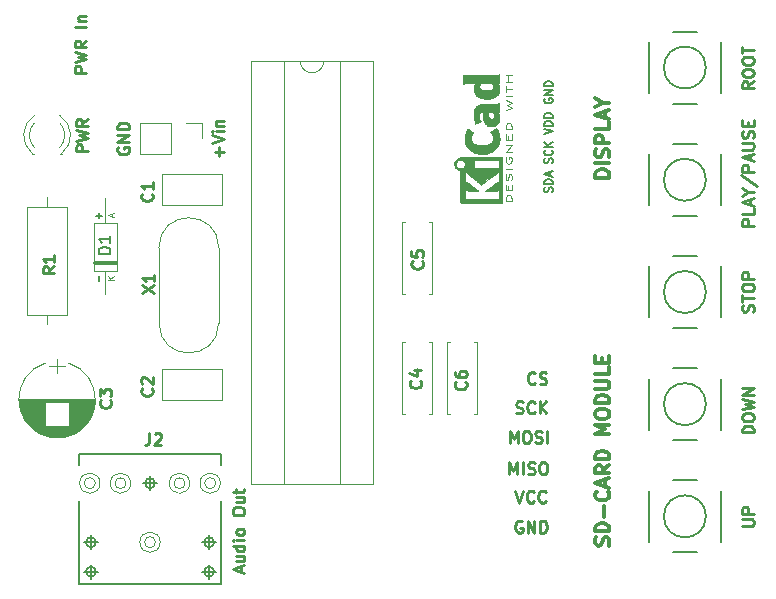
<source format=gto>
G04 #@! TF.FileFunction,Legend,Top*
%FSLAX46Y46*%
G04 Gerber Fmt 4.6, Leading zero omitted, Abs format (unit mm)*
G04 Created by KiCad (PCBNEW 4.0.5) date 07/20/17 14:13:58*
%MOMM*%
%LPD*%
G01*
G04 APERTURE LIST*
%ADD10C,0.100000*%
%ADD11C,0.250000*%
%ADD12C,0.300000*%
%ADD13C,0.120000*%
%ADD14C,0.203200*%
%ADD15C,0.127000*%
%ADD16C,0.010000*%
%ADD17C,0.320000*%
%ADD18C,0.150000*%
%ADD19C,0.125000*%
%ADD20C,0.200000*%
G04 APERTURE END LIST*
D10*
D11*
X122000000Y-89761904D02*
X121952381Y-89857142D01*
X121952381Y-89999999D01*
X122000000Y-90142857D01*
X122095238Y-90238095D01*
X122190476Y-90285714D01*
X122380952Y-90333333D01*
X122523810Y-90333333D01*
X122714286Y-90285714D01*
X122809524Y-90238095D01*
X122904762Y-90142857D01*
X122952381Y-89999999D01*
X122952381Y-89904761D01*
X122904762Y-89761904D01*
X122857143Y-89714285D01*
X122523810Y-89714285D01*
X122523810Y-89904761D01*
X122952381Y-89285714D02*
X121952381Y-89285714D01*
X122952381Y-88714285D01*
X121952381Y-88714285D01*
X122952381Y-88238095D02*
X121952381Y-88238095D01*
X121952381Y-88000000D01*
X122000000Y-87857142D01*
X122095238Y-87761904D01*
X122190476Y-87714285D01*
X122380952Y-87666666D01*
X122523810Y-87666666D01*
X122714286Y-87714285D01*
X122809524Y-87761904D01*
X122904762Y-87857142D01*
X122952381Y-88000000D01*
X122952381Y-88238095D01*
X132416667Y-125726191D02*
X132416667Y-125250000D01*
X132702381Y-125821429D02*
X131702381Y-125488096D01*
X132702381Y-125154762D01*
X132035714Y-124392857D02*
X132702381Y-124392857D01*
X132035714Y-124821429D02*
X132559524Y-124821429D01*
X132654762Y-124773810D01*
X132702381Y-124678572D01*
X132702381Y-124535714D01*
X132654762Y-124440476D01*
X132607143Y-124392857D01*
X132702381Y-123488095D02*
X131702381Y-123488095D01*
X132654762Y-123488095D02*
X132702381Y-123583333D01*
X132702381Y-123773810D01*
X132654762Y-123869048D01*
X132607143Y-123916667D01*
X132511905Y-123964286D01*
X132226190Y-123964286D01*
X132130952Y-123916667D01*
X132083333Y-123869048D01*
X132035714Y-123773810D01*
X132035714Y-123583333D01*
X132083333Y-123488095D01*
X132702381Y-123011905D02*
X132035714Y-123011905D01*
X131702381Y-123011905D02*
X131750000Y-123059524D01*
X131797619Y-123011905D01*
X131750000Y-122964286D01*
X131702381Y-123011905D01*
X131797619Y-123011905D01*
X132702381Y-122392858D02*
X132654762Y-122488096D01*
X132607143Y-122535715D01*
X132511905Y-122583334D01*
X132226190Y-122583334D01*
X132130952Y-122535715D01*
X132083333Y-122488096D01*
X132035714Y-122392858D01*
X132035714Y-122250000D01*
X132083333Y-122154762D01*
X132130952Y-122107143D01*
X132226190Y-122059524D01*
X132511905Y-122059524D01*
X132607143Y-122107143D01*
X132654762Y-122154762D01*
X132702381Y-122250000D01*
X132702381Y-122392858D01*
X131702381Y-120678572D02*
X131702381Y-120488095D01*
X131750000Y-120392857D01*
X131845238Y-120297619D01*
X132035714Y-120250000D01*
X132369048Y-120250000D01*
X132559524Y-120297619D01*
X132654762Y-120392857D01*
X132702381Y-120488095D01*
X132702381Y-120678572D01*
X132654762Y-120773810D01*
X132559524Y-120869048D01*
X132369048Y-120916667D01*
X132035714Y-120916667D01*
X131845238Y-120869048D01*
X131750000Y-120773810D01*
X131702381Y-120678572D01*
X132035714Y-119392857D02*
X132702381Y-119392857D01*
X132035714Y-119821429D02*
X132559524Y-119821429D01*
X132654762Y-119773810D01*
X132702381Y-119678572D01*
X132702381Y-119535714D01*
X132654762Y-119440476D01*
X132607143Y-119392857D01*
X132035714Y-119059524D02*
X132035714Y-118678572D01*
X131702381Y-118916667D02*
X132559524Y-118916667D01*
X132654762Y-118869048D01*
X132702381Y-118773810D01*
X132702381Y-118678572D01*
X130571429Y-90500000D02*
X130571429Y-89738095D01*
X130952381Y-90119047D02*
X130190476Y-90119047D01*
X129952381Y-89404762D02*
X130952381Y-89071429D01*
X129952381Y-88738095D01*
X130952381Y-88404762D02*
X130285714Y-88404762D01*
X129952381Y-88404762D02*
X130000000Y-88452381D01*
X130047619Y-88404762D01*
X130000000Y-88357143D01*
X129952381Y-88404762D01*
X130047619Y-88404762D01*
X130285714Y-87928572D02*
X130952381Y-87928572D01*
X130380952Y-87928572D02*
X130333333Y-87880953D01*
X130285714Y-87785715D01*
X130285714Y-87642857D01*
X130333333Y-87547619D01*
X130428571Y-87500000D01*
X130952381Y-87500000D01*
D12*
X163553714Y-123471572D02*
X163610857Y-123300143D01*
X163610857Y-123014429D01*
X163553714Y-122900143D01*
X163496571Y-122843000D01*
X163382286Y-122785857D01*
X163268000Y-122785857D01*
X163153714Y-122843000D01*
X163096571Y-122900143D01*
X163039429Y-123014429D01*
X162982286Y-123243000D01*
X162925143Y-123357286D01*
X162868000Y-123414429D01*
X162753714Y-123471572D01*
X162639429Y-123471572D01*
X162525143Y-123414429D01*
X162468000Y-123357286D01*
X162410857Y-123243000D01*
X162410857Y-122957286D01*
X162468000Y-122785857D01*
X163610857Y-122271572D02*
X162410857Y-122271572D01*
X162410857Y-121985857D01*
X162468000Y-121814429D01*
X162582286Y-121700143D01*
X162696571Y-121643000D01*
X162925143Y-121585857D01*
X163096571Y-121585857D01*
X163325143Y-121643000D01*
X163439429Y-121700143D01*
X163553714Y-121814429D01*
X163610857Y-121985857D01*
X163610857Y-122271572D01*
X163153714Y-121071572D02*
X163153714Y-120157286D01*
X163496571Y-118900143D02*
X163553714Y-118957286D01*
X163610857Y-119128715D01*
X163610857Y-119243001D01*
X163553714Y-119414429D01*
X163439429Y-119528715D01*
X163325143Y-119585858D01*
X163096571Y-119643001D01*
X162925143Y-119643001D01*
X162696571Y-119585858D01*
X162582286Y-119528715D01*
X162468000Y-119414429D01*
X162410857Y-119243001D01*
X162410857Y-119128715D01*
X162468000Y-118957286D01*
X162525143Y-118900143D01*
X163268000Y-118443001D02*
X163268000Y-117871572D01*
X163610857Y-118557286D02*
X162410857Y-118157286D01*
X163610857Y-117757286D01*
X163610857Y-116671572D02*
X163039429Y-117071572D01*
X163610857Y-117357287D02*
X162410857Y-117357287D01*
X162410857Y-116900144D01*
X162468000Y-116785858D01*
X162525143Y-116728715D01*
X162639429Y-116671572D01*
X162810857Y-116671572D01*
X162925143Y-116728715D01*
X162982286Y-116785858D01*
X163039429Y-116900144D01*
X163039429Y-117357287D01*
X163610857Y-116157287D02*
X162410857Y-116157287D01*
X162410857Y-115871572D01*
X162468000Y-115700144D01*
X162582286Y-115585858D01*
X162696571Y-115528715D01*
X162925143Y-115471572D01*
X163096571Y-115471572D01*
X163325143Y-115528715D01*
X163439429Y-115585858D01*
X163553714Y-115700144D01*
X163610857Y-115871572D01*
X163610857Y-116157287D01*
X163610857Y-114043001D02*
X162410857Y-114043001D01*
X163268000Y-113643001D01*
X162410857Y-113243001D01*
X163610857Y-113243001D01*
X162410857Y-112443000D02*
X162410857Y-112214429D01*
X162468000Y-112100143D01*
X162582286Y-111985857D01*
X162810857Y-111928715D01*
X163210857Y-111928715D01*
X163439429Y-111985857D01*
X163553714Y-112100143D01*
X163610857Y-112214429D01*
X163610857Y-112443000D01*
X163553714Y-112557286D01*
X163439429Y-112671572D01*
X163210857Y-112728715D01*
X162810857Y-112728715D01*
X162582286Y-112671572D01*
X162468000Y-112557286D01*
X162410857Y-112443000D01*
X163610857Y-111414429D02*
X162410857Y-111414429D01*
X162410857Y-111128714D01*
X162468000Y-110957286D01*
X162582286Y-110843000D01*
X162696571Y-110785857D01*
X162925143Y-110728714D01*
X163096571Y-110728714D01*
X163325143Y-110785857D01*
X163439429Y-110843000D01*
X163553714Y-110957286D01*
X163610857Y-111128714D01*
X163610857Y-111414429D01*
X162410857Y-110214429D02*
X163382286Y-110214429D01*
X163496571Y-110157286D01*
X163553714Y-110100143D01*
X163610857Y-109985857D01*
X163610857Y-109757286D01*
X163553714Y-109643000D01*
X163496571Y-109585857D01*
X163382286Y-109528714D01*
X162410857Y-109528714D01*
X163610857Y-108385857D02*
X163610857Y-108957286D01*
X162410857Y-108957286D01*
X162982286Y-107985857D02*
X162982286Y-107585857D01*
X163610857Y-107414428D02*
X163610857Y-107985857D01*
X162410857Y-107985857D01*
X162410857Y-107414428D01*
X163610857Y-92312714D02*
X162410857Y-92312714D01*
X162410857Y-92026999D01*
X162468000Y-91855571D01*
X162582286Y-91741285D01*
X162696571Y-91684142D01*
X162925143Y-91626999D01*
X163096571Y-91626999D01*
X163325143Y-91684142D01*
X163439429Y-91741285D01*
X163553714Y-91855571D01*
X163610857Y-92026999D01*
X163610857Y-92312714D01*
X163610857Y-91112714D02*
X162410857Y-91112714D01*
X163553714Y-90598428D02*
X163610857Y-90426999D01*
X163610857Y-90141285D01*
X163553714Y-90026999D01*
X163496571Y-89969856D01*
X163382286Y-89912713D01*
X163268000Y-89912713D01*
X163153714Y-89969856D01*
X163096571Y-90026999D01*
X163039429Y-90141285D01*
X162982286Y-90369856D01*
X162925143Y-90484142D01*
X162868000Y-90541285D01*
X162753714Y-90598428D01*
X162639429Y-90598428D01*
X162525143Y-90541285D01*
X162468000Y-90484142D01*
X162410857Y-90369856D01*
X162410857Y-90084142D01*
X162468000Y-89912713D01*
X163610857Y-89398428D02*
X162410857Y-89398428D01*
X162410857Y-88941285D01*
X162468000Y-88826999D01*
X162525143Y-88769856D01*
X162639429Y-88712713D01*
X162810857Y-88712713D01*
X162925143Y-88769856D01*
X162982286Y-88826999D01*
X163039429Y-88941285D01*
X163039429Y-89398428D01*
X163610857Y-87626999D02*
X163610857Y-88198428D01*
X162410857Y-88198428D01*
X163268000Y-87284142D02*
X163268000Y-86712713D01*
X163610857Y-87398427D02*
X162410857Y-86998427D01*
X163610857Y-86598427D01*
X163039429Y-85969856D02*
X163610857Y-85969856D01*
X162410857Y-86369856D02*
X163039429Y-85969856D01*
X162410857Y-85569856D01*
D11*
X119452381Y-90083333D02*
X118452381Y-90083333D01*
X118452381Y-89702380D01*
X118500000Y-89607142D01*
X118547619Y-89559523D01*
X118642857Y-89511904D01*
X118785714Y-89511904D01*
X118880952Y-89559523D01*
X118928571Y-89607142D01*
X118976190Y-89702380D01*
X118976190Y-90083333D01*
X118452381Y-89178571D02*
X119452381Y-88940476D01*
X118738095Y-88749999D01*
X119452381Y-88559523D01*
X118452381Y-88321428D01*
X119452381Y-87369047D02*
X118976190Y-87702381D01*
X119452381Y-87940476D02*
X118452381Y-87940476D01*
X118452381Y-87559523D01*
X118500000Y-87464285D01*
X118547619Y-87416666D01*
X118642857Y-87369047D01*
X118785714Y-87369047D01*
X118880952Y-87416666D01*
X118928571Y-87464285D01*
X118976190Y-87559523D01*
X118976190Y-87940476D01*
X119324381Y-83430762D02*
X118324381Y-83430762D01*
X118324381Y-83049809D01*
X118372000Y-82954571D01*
X118419619Y-82906952D01*
X118514857Y-82859333D01*
X118657714Y-82859333D01*
X118752952Y-82906952D01*
X118800571Y-82954571D01*
X118848190Y-83049809D01*
X118848190Y-83430762D01*
X118324381Y-82526000D02*
X119324381Y-82287905D01*
X118610095Y-82097428D01*
X119324381Y-81906952D01*
X118324381Y-81668857D01*
X119324381Y-80716476D02*
X118848190Y-81049810D01*
X119324381Y-81287905D02*
X118324381Y-81287905D01*
X118324381Y-80906952D01*
X118372000Y-80811714D01*
X118419619Y-80764095D01*
X118514857Y-80716476D01*
X118657714Y-80716476D01*
X118752952Y-80764095D01*
X118800571Y-80811714D01*
X118848190Y-80906952D01*
X118848190Y-81287905D01*
X119324381Y-79526000D02*
X118324381Y-79526000D01*
X118657714Y-79049810D02*
X119324381Y-79049810D01*
X118752952Y-79049810D02*
X118705333Y-79002191D01*
X118657714Y-78906953D01*
X118657714Y-78764095D01*
X118705333Y-78668857D01*
X118800571Y-78621238D01*
X119324381Y-78621238D01*
X175839381Y-84177047D02*
X175363190Y-84510381D01*
X175839381Y-84748476D02*
X174839381Y-84748476D01*
X174839381Y-84367523D01*
X174887000Y-84272285D01*
X174934619Y-84224666D01*
X175029857Y-84177047D01*
X175172714Y-84177047D01*
X175267952Y-84224666D01*
X175315571Y-84272285D01*
X175363190Y-84367523D01*
X175363190Y-84748476D01*
X174839381Y-83558000D02*
X174839381Y-83367523D01*
X174887000Y-83272285D01*
X174982238Y-83177047D01*
X175172714Y-83129428D01*
X175506048Y-83129428D01*
X175696524Y-83177047D01*
X175791762Y-83272285D01*
X175839381Y-83367523D01*
X175839381Y-83558000D01*
X175791762Y-83653238D01*
X175696524Y-83748476D01*
X175506048Y-83796095D01*
X175172714Y-83796095D01*
X174982238Y-83748476D01*
X174887000Y-83653238D01*
X174839381Y-83558000D01*
X174839381Y-82510381D02*
X174839381Y-82319904D01*
X174887000Y-82224666D01*
X174982238Y-82129428D01*
X175172714Y-82081809D01*
X175506048Y-82081809D01*
X175696524Y-82129428D01*
X175791762Y-82224666D01*
X175839381Y-82319904D01*
X175839381Y-82510381D01*
X175791762Y-82605619D01*
X175696524Y-82700857D01*
X175506048Y-82748476D01*
X175172714Y-82748476D01*
X174982238Y-82700857D01*
X174887000Y-82605619D01*
X174839381Y-82510381D01*
X174839381Y-81796095D02*
X174839381Y-81224666D01*
X175839381Y-81510381D02*
X174839381Y-81510381D01*
X175839381Y-96376572D02*
X174839381Y-96376572D01*
X174839381Y-95995619D01*
X174887000Y-95900381D01*
X174934619Y-95852762D01*
X175029857Y-95805143D01*
X175172714Y-95805143D01*
X175267952Y-95852762D01*
X175315571Y-95900381D01*
X175363190Y-95995619D01*
X175363190Y-96376572D01*
X175839381Y-94900381D02*
X175839381Y-95376572D01*
X174839381Y-95376572D01*
X175553667Y-94614667D02*
X175553667Y-94138476D01*
X175839381Y-94709905D02*
X174839381Y-94376572D01*
X175839381Y-94043238D01*
X175363190Y-93519429D02*
X175839381Y-93519429D01*
X174839381Y-93852762D02*
X175363190Y-93519429D01*
X174839381Y-93186095D01*
X174791762Y-92138476D02*
X176077476Y-92995619D01*
X175839381Y-91805143D02*
X174839381Y-91805143D01*
X174839381Y-91424190D01*
X174887000Y-91328952D01*
X174934619Y-91281333D01*
X175029857Y-91233714D01*
X175172714Y-91233714D01*
X175267952Y-91281333D01*
X175315571Y-91328952D01*
X175363190Y-91424190D01*
X175363190Y-91805143D01*
X175553667Y-90852762D02*
X175553667Y-90376571D01*
X175839381Y-90948000D02*
X174839381Y-90614667D01*
X175839381Y-90281333D01*
X174839381Y-89948000D02*
X175648905Y-89948000D01*
X175744143Y-89900381D01*
X175791762Y-89852762D01*
X175839381Y-89757524D01*
X175839381Y-89567047D01*
X175791762Y-89471809D01*
X175744143Y-89424190D01*
X175648905Y-89376571D01*
X174839381Y-89376571D01*
X175791762Y-88948000D02*
X175839381Y-88805143D01*
X175839381Y-88567047D01*
X175791762Y-88471809D01*
X175744143Y-88424190D01*
X175648905Y-88376571D01*
X175553667Y-88376571D01*
X175458429Y-88424190D01*
X175410810Y-88471809D01*
X175363190Y-88567047D01*
X175315571Y-88757524D01*
X175267952Y-88852762D01*
X175220333Y-88900381D01*
X175125095Y-88948000D01*
X175029857Y-88948000D01*
X174934619Y-88900381D01*
X174887000Y-88852762D01*
X174839381Y-88757524D01*
X174839381Y-88519428D01*
X174887000Y-88376571D01*
X175315571Y-87948000D02*
X175315571Y-87614666D01*
X175839381Y-87471809D02*
X175839381Y-87948000D01*
X174839381Y-87948000D01*
X174839381Y-87471809D01*
X175791762Y-103671476D02*
X175839381Y-103528619D01*
X175839381Y-103290523D01*
X175791762Y-103195285D01*
X175744143Y-103147666D01*
X175648905Y-103100047D01*
X175553667Y-103100047D01*
X175458429Y-103147666D01*
X175410810Y-103195285D01*
X175363190Y-103290523D01*
X175315571Y-103481000D01*
X175267952Y-103576238D01*
X175220333Y-103623857D01*
X175125095Y-103671476D01*
X175029857Y-103671476D01*
X174934619Y-103623857D01*
X174887000Y-103576238D01*
X174839381Y-103481000D01*
X174839381Y-103242904D01*
X174887000Y-103100047D01*
X174839381Y-102814333D02*
X174839381Y-102242904D01*
X175839381Y-102528619D02*
X174839381Y-102528619D01*
X174839381Y-101719095D02*
X174839381Y-101528618D01*
X174887000Y-101433380D01*
X174982238Y-101338142D01*
X175172714Y-101290523D01*
X175506048Y-101290523D01*
X175696524Y-101338142D01*
X175791762Y-101433380D01*
X175839381Y-101528618D01*
X175839381Y-101719095D01*
X175791762Y-101814333D01*
X175696524Y-101909571D01*
X175506048Y-101957190D01*
X175172714Y-101957190D01*
X174982238Y-101909571D01*
X174887000Y-101814333D01*
X174839381Y-101719095D01*
X175839381Y-100861952D02*
X174839381Y-100861952D01*
X174839381Y-100480999D01*
X174887000Y-100385761D01*
X174934619Y-100338142D01*
X175029857Y-100290523D01*
X175172714Y-100290523D01*
X175267952Y-100338142D01*
X175315571Y-100385761D01*
X175363190Y-100480999D01*
X175363190Y-100861952D01*
X175839381Y-113894952D02*
X174839381Y-113894952D01*
X174839381Y-113656857D01*
X174887000Y-113513999D01*
X174982238Y-113418761D01*
X175077476Y-113371142D01*
X175267952Y-113323523D01*
X175410810Y-113323523D01*
X175601286Y-113371142D01*
X175696524Y-113418761D01*
X175791762Y-113513999D01*
X175839381Y-113656857D01*
X175839381Y-113894952D01*
X174839381Y-112704476D02*
X174839381Y-112513999D01*
X174887000Y-112418761D01*
X174982238Y-112323523D01*
X175172714Y-112275904D01*
X175506048Y-112275904D01*
X175696524Y-112323523D01*
X175791762Y-112418761D01*
X175839381Y-112513999D01*
X175839381Y-112704476D01*
X175791762Y-112799714D01*
X175696524Y-112894952D01*
X175506048Y-112942571D01*
X175172714Y-112942571D01*
X174982238Y-112894952D01*
X174887000Y-112799714D01*
X174839381Y-112704476D01*
X174839381Y-111942571D02*
X175839381Y-111704476D01*
X175125095Y-111513999D01*
X175839381Y-111323523D01*
X174839381Y-111085428D01*
X175839381Y-110704476D02*
X174839381Y-110704476D01*
X175839381Y-110133047D01*
X174839381Y-110133047D01*
X174839381Y-121816714D02*
X175648905Y-121816714D01*
X175744143Y-121769095D01*
X175791762Y-121721476D01*
X175839381Y-121626238D01*
X175839381Y-121435761D01*
X175791762Y-121340523D01*
X175744143Y-121292904D01*
X175648905Y-121245285D01*
X174839381Y-121245285D01*
X175839381Y-120769095D02*
X174839381Y-120769095D01*
X174839381Y-120388142D01*
X174887000Y-120292904D01*
X174934619Y-120245285D01*
X175029857Y-120197666D01*
X175172714Y-120197666D01*
X175267952Y-120245285D01*
X175315571Y-120292904D01*
X175363190Y-120388142D01*
X175363190Y-120769095D01*
D13*
X125690000Y-92035000D02*
X130810000Y-92035000D01*
X125690000Y-94655000D02*
X130810000Y-94655000D01*
X125690000Y-92035000D02*
X125690000Y-94655000D01*
X130810000Y-92035000D02*
X130810000Y-94655000D01*
X125690000Y-108545000D02*
X130810000Y-108545000D01*
X125690000Y-111165000D02*
X130810000Y-111165000D01*
X125690000Y-108545000D02*
X125690000Y-111165000D01*
X130810000Y-108545000D02*
X130810000Y-111165000D01*
X120040000Y-111105000D02*
X113640000Y-111105000D01*
X120040000Y-111145000D02*
X113640000Y-111145000D01*
X120040000Y-111185000D02*
X113640000Y-111185000D01*
X120038000Y-111225000D02*
X113642000Y-111225000D01*
X120037000Y-111265000D02*
X113643000Y-111265000D01*
X120034000Y-111305000D02*
X113646000Y-111305000D01*
X120032000Y-111345000D02*
X113648000Y-111345000D01*
X120028000Y-111385000D02*
X117820000Y-111385000D01*
X115860000Y-111385000D02*
X113652000Y-111385000D01*
X120025000Y-111425000D02*
X117820000Y-111425000D01*
X115860000Y-111425000D02*
X113655000Y-111425000D01*
X120020000Y-111465000D02*
X117820000Y-111465000D01*
X115860000Y-111465000D02*
X113660000Y-111465000D01*
X120016000Y-111505000D02*
X117820000Y-111505000D01*
X115860000Y-111505000D02*
X113664000Y-111505000D01*
X120010000Y-111545000D02*
X117820000Y-111545000D01*
X115860000Y-111545000D02*
X113670000Y-111545000D01*
X120005000Y-111585000D02*
X117820000Y-111585000D01*
X115860000Y-111585000D02*
X113675000Y-111585000D01*
X119998000Y-111625000D02*
X117820000Y-111625000D01*
X115860000Y-111625000D02*
X113682000Y-111625000D01*
X119992000Y-111665000D02*
X117820000Y-111665000D01*
X115860000Y-111665000D02*
X113688000Y-111665000D01*
X119984000Y-111705000D02*
X117820000Y-111705000D01*
X115860000Y-111705000D02*
X113696000Y-111705000D01*
X119977000Y-111745000D02*
X117820000Y-111745000D01*
X115860000Y-111745000D02*
X113703000Y-111745000D01*
X119968000Y-111785000D02*
X117820000Y-111785000D01*
X115860000Y-111785000D02*
X113712000Y-111785000D01*
X119959000Y-111826000D02*
X117820000Y-111826000D01*
X115860000Y-111826000D02*
X113721000Y-111826000D01*
X119950000Y-111866000D02*
X117820000Y-111866000D01*
X115860000Y-111866000D02*
X113730000Y-111866000D01*
X119940000Y-111906000D02*
X117820000Y-111906000D01*
X115860000Y-111906000D02*
X113740000Y-111906000D01*
X119930000Y-111946000D02*
X117820000Y-111946000D01*
X115860000Y-111946000D02*
X113750000Y-111946000D01*
X119919000Y-111986000D02*
X117820000Y-111986000D01*
X115860000Y-111986000D02*
X113761000Y-111986000D01*
X119907000Y-112026000D02*
X117820000Y-112026000D01*
X115860000Y-112026000D02*
X113773000Y-112026000D01*
X119895000Y-112066000D02*
X117820000Y-112066000D01*
X115860000Y-112066000D02*
X113785000Y-112066000D01*
X119882000Y-112106000D02*
X117820000Y-112106000D01*
X115860000Y-112106000D02*
X113798000Y-112106000D01*
X119869000Y-112146000D02*
X117820000Y-112146000D01*
X115860000Y-112146000D02*
X113811000Y-112146000D01*
X119855000Y-112186000D02*
X117820000Y-112186000D01*
X115860000Y-112186000D02*
X113825000Y-112186000D01*
X119841000Y-112226000D02*
X117820000Y-112226000D01*
X115860000Y-112226000D02*
X113839000Y-112226000D01*
X119826000Y-112266000D02*
X117820000Y-112266000D01*
X115860000Y-112266000D02*
X113854000Y-112266000D01*
X119810000Y-112306000D02*
X117820000Y-112306000D01*
X115860000Y-112306000D02*
X113870000Y-112306000D01*
X119794000Y-112346000D02*
X117820000Y-112346000D01*
X115860000Y-112346000D02*
X113886000Y-112346000D01*
X119777000Y-112386000D02*
X117820000Y-112386000D01*
X115860000Y-112386000D02*
X113903000Y-112386000D01*
X119759000Y-112426000D02*
X117820000Y-112426000D01*
X115860000Y-112426000D02*
X113921000Y-112426000D01*
X119741000Y-112466000D02*
X117820000Y-112466000D01*
X115860000Y-112466000D02*
X113939000Y-112466000D01*
X119722000Y-112506000D02*
X117820000Y-112506000D01*
X115860000Y-112506000D02*
X113958000Y-112506000D01*
X119703000Y-112546000D02*
X117820000Y-112546000D01*
X115860000Y-112546000D02*
X113977000Y-112546000D01*
X119683000Y-112586000D02*
X117820000Y-112586000D01*
X115860000Y-112586000D02*
X113997000Y-112586000D01*
X119662000Y-112626000D02*
X117820000Y-112626000D01*
X115860000Y-112626000D02*
X114018000Y-112626000D01*
X119640000Y-112666000D02*
X117820000Y-112666000D01*
X115860000Y-112666000D02*
X114040000Y-112666000D01*
X119618000Y-112706000D02*
X117820000Y-112706000D01*
X115860000Y-112706000D02*
X114062000Y-112706000D01*
X119595000Y-112746000D02*
X117820000Y-112746000D01*
X115860000Y-112746000D02*
X114085000Y-112746000D01*
X119571000Y-112786000D02*
X117820000Y-112786000D01*
X115860000Y-112786000D02*
X114109000Y-112786000D01*
X119546000Y-112826000D02*
X117820000Y-112826000D01*
X115860000Y-112826000D02*
X114134000Y-112826000D01*
X119521000Y-112866000D02*
X117820000Y-112866000D01*
X115860000Y-112866000D02*
X114159000Y-112866000D01*
X119494000Y-112906000D02*
X117820000Y-112906000D01*
X115860000Y-112906000D02*
X114186000Y-112906000D01*
X119467000Y-112946000D02*
X117820000Y-112946000D01*
X115860000Y-112946000D02*
X114213000Y-112946000D01*
X119439000Y-112986000D02*
X117820000Y-112986000D01*
X115860000Y-112986000D02*
X114241000Y-112986000D01*
X119410000Y-113026000D02*
X117820000Y-113026000D01*
X115860000Y-113026000D02*
X114270000Y-113026000D01*
X119380000Y-113066000D02*
X117820000Y-113066000D01*
X115860000Y-113066000D02*
X114300000Y-113066000D01*
X119350000Y-113106000D02*
X117820000Y-113106000D01*
X115860000Y-113106000D02*
X114330000Y-113106000D01*
X119318000Y-113146000D02*
X117820000Y-113146000D01*
X115860000Y-113146000D02*
X114362000Y-113146000D01*
X119285000Y-113186000D02*
X117820000Y-113186000D01*
X115860000Y-113186000D02*
X114395000Y-113186000D01*
X119251000Y-113226000D02*
X117820000Y-113226000D01*
X115860000Y-113226000D02*
X114429000Y-113226000D01*
X119215000Y-113266000D02*
X117820000Y-113266000D01*
X115860000Y-113266000D02*
X114465000Y-113266000D01*
X119179000Y-113306000D02*
X117820000Y-113306000D01*
X115860000Y-113306000D02*
X114501000Y-113306000D01*
X119141000Y-113346000D02*
X114539000Y-113346000D01*
X119102000Y-113386000D02*
X114578000Y-113386000D01*
X119062000Y-113426000D02*
X114618000Y-113426000D01*
X119020000Y-113466000D02*
X114660000Y-113466000D01*
X118977000Y-113506000D02*
X114703000Y-113506000D01*
X118932000Y-113546000D02*
X114748000Y-113546000D01*
X118885000Y-113586000D02*
X114795000Y-113586000D01*
X118837000Y-113626000D02*
X114843000Y-113626000D01*
X118786000Y-113666000D02*
X114894000Y-113666000D01*
X118734000Y-113706000D02*
X114946000Y-113706000D01*
X118679000Y-113746000D02*
X115001000Y-113746000D01*
X118621000Y-113786000D02*
X115059000Y-113786000D01*
X118561000Y-113826000D02*
X115119000Y-113826000D01*
X118498000Y-113866000D02*
X115182000Y-113866000D01*
X118431000Y-113906000D02*
X115249000Y-113906000D01*
X118360000Y-113946000D02*
X115320000Y-113946000D01*
X118285000Y-113986000D02*
X115395000Y-113986000D01*
X118204000Y-114026000D02*
X115476000Y-114026000D01*
X118118000Y-114066000D02*
X115562000Y-114066000D01*
X118024000Y-114106000D02*
X115656000Y-114106000D01*
X117921000Y-114146000D02*
X115759000Y-114146000D01*
X117806000Y-114186000D02*
X115874000Y-114186000D01*
X117674000Y-114226000D02*
X116006000Y-114226000D01*
X117516000Y-114266000D02*
X116164000Y-114266000D01*
X117308000Y-114306000D02*
X116372000Y-114306000D01*
X116840000Y-107655000D02*
X116840000Y-108855000D01*
X117490000Y-108255000D02*
X116190000Y-108255000D01*
X117819357Y-114193440D02*
G75*
G03X117820000Y-108016764I-979357J3088440D01*
G01*
X115860643Y-114193440D02*
G75*
G02X115860000Y-108016764I979357J3088440D01*
G01*
X115860643Y-114193440D02*
G75*
G03X117820000Y-114193236I979357J3088440D01*
G01*
X146010000Y-112320000D02*
X146010000Y-106200000D01*
X148630000Y-112320000D02*
X148630000Y-106200000D01*
X146010000Y-112320000D02*
X146324000Y-112320000D01*
X148316000Y-112320000D02*
X148630000Y-112320000D01*
X146010000Y-106200000D02*
X146324000Y-106200000D01*
X148316000Y-106200000D02*
X148630000Y-106200000D01*
X146010000Y-102160000D02*
X146010000Y-96040000D01*
X148630000Y-102160000D02*
X148630000Y-96040000D01*
X146010000Y-102160000D02*
X146324000Y-102160000D01*
X148316000Y-102160000D02*
X148630000Y-102160000D01*
X146010000Y-96040000D02*
X146324000Y-96040000D01*
X148316000Y-96040000D02*
X148630000Y-96040000D01*
X149820000Y-112320000D02*
X149820000Y-106200000D01*
X152440000Y-112320000D02*
X152440000Y-106200000D01*
X149820000Y-112320000D02*
X150134000Y-112320000D01*
X152126000Y-112320000D02*
X152440000Y-112320000D01*
X149820000Y-106200000D02*
X150134000Y-106200000D01*
X152126000Y-106200000D02*
X152440000Y-106200000D01*
X114921392Y-87057665D02*
G75*
G03X114764484Y-90290000I1078608J-1672335D01*
G01*
X117078608Y-87057665D02*
G75*
G02X117235516Y-90290000I-1078608J-1672335D01*
G01*
X114920163Y-87688870D02*
G75*
G03X114920000Y-89770961I1079837J-1041130D01*
G01*
X117079837Y-87688870D02*
G75*
G02X117080000Y-89770961I-1079837J-1041130D01*
G01*
X114764000Y-90290000D02*
X114920000Y-90290000D01*
X117080000Y-90290000D02*
X117236000Y-90290000D01*
X139430000Y-82430000D02*
G75*
G02X137430000Y-82430000I-1000000J0D01*
G01*
X137430000Y-82430000D02*
X136060000Y-82430000D01*
X136060000Y-82430000D02*
X136060000Y-118230000D01*
X136060000Y-118230000D02*
X140800000Y-118230000D01*
X140800000Y-118230000D02*
X140800000Y-82430000D01*
X140800000Y-82430000D02*
X139430000Y-82430000D01*
X133230000Y-82430000D02*
X133230000Y-118230000D01*
X133230000Y-118230000D02*
X143630000Y-118230000D01*
X143630000Y-118230000D02*
X143630000Y-82430000D01*
X143630000Y-82430000D02*
X133230000Y-82430000D01*
X126480000Y-87670000D02*
X123880000Y-87670000D01*
X123880000Y-87670000D02*
X123880000Y-90330000D01*
X123880000Y-90330000D02*
X126480000Y-90330000D01*
X126480000Y-90330000D02*
X126480000Y-87670000D01*
X127750000Y-87670000D02*
X129080000Y-87670000D01*
X129080000Y-87670000D02*
X129080000Y-89000000D01*
X125475000Y-98240000D02*
G75*
G02X130525000Y-98240000I2525000J0D01*
G01*
X125475000Y-104640000D02*
G75*
G03X130525000Y-104640000I2525000J0D01*
G01*
X130525000Y-98240000D02*
X130525000Y-104640000D01*
X125475000Y-98240000D02*
X125475000Y-104640000D01*
X117660000Y-94790000D02*
X114340000Y-94790000D01*
X114340000Y-94790000D02*
X114340000Y-103910000D01*
X114340000Y-103910000D02*
X117660000Y-103910000D01*
X117660000Y-103910000D02*
X117660000Y-94790000D01*
X116000000Y-93980000D02*
X116000000Y-94790000D01*
X116000000Y-104720000D02*
X116000000Y-103910000D01*
D14*
X173048000Y-123159000D02*
X173048000Y-118841000D01*
X166952000Y-118841000D02*
X166952000Y-123159000D01*
X170998000Y-124048000D02*
X168984000Y-124048000D01*
X171028000Y-117952000D02*
X168984000Y-117952000D01*
X171778000Y-121000000D02*
G75*
G03X171778000Y-121000000I-1778000J0D01*
G01*
X173048000Y-113659000D02*
X173048000Y-109341000D01*
X166952000Y-109341000D02*
X166952000Y-113659000D01*
X170998000Y-114548000D02*
X168984000Y-114548000D01*
X171028000Y-108452000D02*
X168984000Y-108452000D01*
X171778000Y-111500000D02*
G75*
G03X171778000Y-111500000I-1778000J0D01*
G01*
X173048000Y-104159000D02*
X173048000Y-99841000D01*
X166952000Y-99841000D02*
X166952000Y-104159000D01*
X170998000Y-105048000D02*
X168984000Y-105048000D01*
X171028000Y-98952000D02*
X168984000Y-98952000D01*
X171778000Y-102000000D02*
G75*
G03X171778000Y-102000000I-1778000J0D01*
G01*
X173048000Y-94659000D02*
X173048000Y-90341000D01*
X166952000Y-90341000D02*
X166952000Y-94659000D01*
X170998000Y-95548000D02*
X168984000Y-95548000D01*
X171028000Y-89452000D02*
X168984000Y-89452000D01*
X171778000Y-92500000D02*
G75*
G03X171778000Y-92500000I-1778000J0D01*
G01*
X173048000Y-85159000D02*
X173048000Y-80841000D01*
X166952000Y-80841000D02*
X166952000Y-85159000D01*
X170998000Y-86048000D02*
X168984000Y-86048000D01*
X171028000Y-79952000D02*
X168984000Y-79952000D01*
X171778000Y-83000000D02*
G75*
G03X171778000Y-83000000I-1778000J0D01*
G01*
X118714520Y-115691920D02*
X130713480Y-115691920D01*
X118714520Y-126687580D02*
X118714520Y-119692420D01*
X118714520Y-115691920D02*
X118714520Y-116690140D01*
X118714520Y-126687580D02*
X130713480Y-126687580D01*
X130713480Y-126687580D02*
X130713480Y-119692420D01*
X130713480Y-115691920D02*
X130713480Y-116690140D01*
D10*
X125180973Y-123190000D02*
G75*
G03X125180973Y-123190000I-466973J0D01*
G01*
X120083193Y-118191280D02*
G75*
G03X120083193Y-118191280I-466973J0D01*
G01*
X122681613Y-118191280D02*
G75*
G03X122681613Y-118191280I-466973J0D01*
G01*
X127680333Y-118191280D02*
G75*
G03X127680333Y-118191280I-466973J0D01*
G01*
X130278753Y-118191280D02*
G75*
G03X130278753Y-118191280I-466973J0D01*
G01*
X125576105Y-123190000D02*
G75*
G03X125576105Y-123190000I-862105J0D01*
G01*
X120478325Y-118191280D02*
G75*
G03X120478325Y-118191280I-862105J0D01*
G01*
X130673885Y-118191280D02*
G75*
G03X130673885Y-118191280I-862105J0D01*
G01*
X128075465Y-118191280D02*
G75*
G03X128075465Y-118191280I-862105J0D01*
G01*
X123076745Y-118191280D02*
G75*
G03X123076745Y-118191280I-862105J0D01*
G01*
D15*
X120139148Y-123190000D02*
G75*
G03X120139148Y-123190000I-423868J0D01*
G01*
X119715280Y-123789440D02*
X119715280Y-122590560D01*
X120314720Y-123190000D02*
X119115840Y-123190000D01*
X120139148Y-125689360D02*
G75*
G03X120139148Y-125689360I-423868J0D01*
G01*
X119715280Y-126288800D02*
X119715280Y-125089920D01*
X120314720Y-125689360D02*
X119115840Y-125689360D01*
X130136588Y-125689360D02*
G75*
G03X130136588Y-125689360I-423868J0D01*
G01*
X129712720Y-126288800D02*
X129712720Y-125089920D01*
X130312160Y-125689360D02*
X129113280Y-125689360D01*
X130136588Y-123190000D02*
G75*
G03X130136588Y-123190000I-423868J0D01*
G01*
X129712720Y-123789440D02*
X129712720Y-122590560D01*
X130312160Y-123190000D02*
X129113280Y-123190000D01*
X125137868Y-118191280D02*
G75*
G03X125137868Y-118191280I-423868J0D01*
G01*
X124714000Y-118790720D02*
X124714000Y-117591840D01*
X125313440Y-118191280D02*
X124114560Y-118191280D01*
D16*
G36*
X150481881Y-91131877D02*
X150482486Y-91105127D01*
X150483671Y-91084413D01*
X150485671Y-91067463D01*
X150488718Y-91052004D01*
X150493047Y-91035762D01*
X150496220Y-91025144D01*
X150520253Y-90959472D01*
X150550629Y-90900692D01*
X150588804Y-90846374D01*
X150631783Y-90798534D01*
X150688065Y-90748881D01*
X150749072Y-90708467D01*
X150814274Y-90677552D01*
X150883140Y-90656399D01*
X150940741Y-90646654D01*
X150973231Y-90643063D01*
X150976734Y-90618546D01*
X150984862Y-90589310D01*
X151000261Y-90567112D01*
X151012087Y-90557441D01*
X151013680Y-90556545D01*
X151015965Y-90555707D01*
X151019280Y-90554925D01*
X151023966Y-90554195D01*
X151030365Y-90553518D01*
X151038816Y-90552889D01*
X151049661Y-90552309D01*
X151063239Y-90551775D01*
X151079891Y-90551284D01*
X151099958Y-90550836D01*
X151123780Y-90550428D01*
X151151697Y-90550058D01*
X151184051Y-90549725D01*
X151221182Y-90549426D01*
X151263430Y-90549160D01*
X151311136Y-90548925D01*
X151364640Y-90548719D01*
X151424283Y-90548540D01*
X151490405Y-90548386D01*
X151563348Y-90548255D01*
X151643450Y-90548146D01*
X151731054Y-90548056D01*
X151826499Y-90547983D01*
X151930126Y-90547927D01*
X152042276Y-90547884D01*
X152163289Y-90547854D01*
X152293505Y-90547833D01*
X152433265Y-90547821D01*
X152582911Y-90547814D01*
X152742781Y-90547813D01*
X152751354Y-90547813D01*
X152911685Y-90547814D01*
X153061773Y-90547819D01*
X153201961Y-90547829D01*
X153332590Y-90547847D01*
X153454001Y-90547874D01*
X153566536Y-90547913D01*
X153670536Y-90547965D01*
X153766342Y-90548033D01*
X153854297Y-90548117D01*
X153934741Y-90548221D01*
X154008015Y-90548347D01*
X154074462Y-90548495D01*
X154134423Y-90548669D01*
X154188239Y-90548869D01*
X154236251Y-90549099D01*
X154278801Y-90549360D01*
X154316230Y-90549654D01*
X154348880Y-90549982D01*
X154377093Y-90550348D01*
X154401208Y-90550752D01*
X154421569Y-90551197D01*
X154438516Y-90551685D01*
X154452391Y-90552217D01*
X154463535Y-90552796D01*
X154472290Y-90553424D01*
X154478997Y-90554102D01*
X154483997Y-90554833D01*
X154487632Y-90555618D01*
X154490243Y-90556460D01*
X154492172Y-90557360D01*
X154492918Y-90557790D01*
X154506948Y-90568992D01*
X154517892Y-90582149D01*
X154518054Y-90582419D01*
X154518824Y-90584275D01*
X154519548Y-90587368D01*
X154520226Y-90592018D01*
X154520861Y-90598547D01*
X154521452Y-90607276D01*
X154522002Y-90618527D01*
X154522513Y-90632621D01*
X154522985Y-90649879D01*
X154523421Y-90670622D01*
X154523820Y-90695172D01*
X154524186Y-90723851D01*
X154524519Y-90756979D01*
X154524821Y-90794878D01*
X154525094Y-90837869D01*
X154525338Y-90886274D01*
X154525555Y-90940413D01*
X154525746Y-91000609D01*
X154525914Y-91067182D01*
X154526059Y-91140454D01*
X154526182Y-91220746D01*
X154526286Y-91308379D01*
X154526372Y-91403676D01*
X154526441Y-91506956D01*
X154526494Y-91618542D01*
X154526533Y-91738754D01*
X154526560Y-91867915D01*
X154526575Y-92006345D01*
X154526581Y-92154365D01*
X154526578Y-92312298D01*
X154526569Y-92480464D01*
X154526568Y-92495962D01*
X154526553Y-92665077D01*
X154526532Y-92823929D01*
X154526505Y-92972841D01*
X154526470Y-93112131D01*
X154526425Y-93242123D01*
X154526368Y-93363137D01*
X154526299Y-93475493D01*
X154526216Y-93579513D01*
X154526117Y-93675518D01*
X154526002Y-93763830D01*
X154525867Y-93844768D01*
X154525713Y-93918654D01*
X154525537Y-93985809D01*
X154525338Y-94046555D01*
X154525115Y-94101211D01*
X154524866Y-94150100D01*
X154524589Y-94193542D01*
X154524284Y-94231858D01*
X154523948Y-94265370D01*
X154523581Y-94294397D01*
X154523180Y-94319262D01*
X154522745Y-94340286D01*
X154522273Y-94357789D01*
X154521764Y-94372092D01*
X154521215Y-94383517D01*
X154520626Y-94392384D01*
X154519995Y-94399015D01*
X154519320Y-94403731D01*
X154518600Y-94406852D01*
X154517834Y-94408700D01*
X154517799Y-94408757D01*
X154506583Y-94421915D01*
X154494634Y-94431246D01*
X154492696Y-94432047D01*
X154489457Y-94432796D01*
X154484580Y-94433497D01*
X154477729Y-94434149D01*
X154468567Y-94434756D01*
X154456757Y-94435319D01*
X154441963Y-94435838D01*
X154423849Y-94436317D01*
X154402077Y-94436756D01*
X154376312Y-94437158D01*
X154346217Y-94437524D01*
X154311454Y-94437855D01*
X154271688Y-94438154D01*
X154226582Y-94438421D01*
X154175800Y-94438659D01*
X154119004Y-94438869D01*
X154055858Y-94439054D01*
X153986027Y-94439213D01*
X153909172Y-94439351D01*
X153824958Y-94439466D01*
X153733048Y-94439563D01*
X153633106Y-94439642D01*
X153524794Y-94439704D01*
X153407777Y-94439752D01*
X153281717Y-94439787D01*
X153146279Y-94439811D01*
X153001125Y-94439826D01*
X152845919Y-94439833D01*
X152590916Y-94439833D01*
X152440720Y-94439830D01*
X152300426Y-94439822D01*
X152169692Y-94439807D01*
X152048177Y-94439784D01*
X151935542Y-94439750D01*
X151831444Y-94439703D01*
X151735542Y-94439641D01*
X151647497Y-94439563D01*
X151566966Y-94439465D01*
X151493610Y-94439346D01*
X151427086Y-94439205D01*
X151388750Y-94439099D01*
X151388750Y-94217705D01*
X151419116Y-94192972D01*
X151457776Y-94166401D01*
X151502617Y-94143705D01*
X151549392Y-94126952D01*
X151560881Y-94123937D01*
X151565660Y-94122923D01*
X151571557Y-94121985D01*
X151578996Y-94121120D01*
X151588402Y-94120325D01*
X151600200Y-94119595D01*
X151614812Y-94118926D01*
X151632664Y-94118314D01*
X151654181Y-94117757D01*
X151679786Y-94117249D01*
X151709904Y-94116787D01*
X151744959Y-94116366D01*
X151785376Y-94115985D01*
X151831578Y-94115637D01*
X151883992Y-94115320D01*
X151943040Y-94115029D01*
X152009147Y-94114761D01*
X152082737Y-94114512D01*
X152164235Y-94114278D01*
X152254066Y-94114055D01*
X152352653Y-94113839D01*
X152460421Y-94113626D01*
X152577795Y-94113413D01*
X152705198Y-94113196D01*
X152746063Y-94113128D01*
X152877713Y-94112936D01*
X153003812Y-94112803D01*
X153124013Y-94112728D01*
X153237972Y-94112710D01*
X153345345Y-94112748D01*
X153445788Y-94112841D01*
X153538955Y-94112988D01*
X153624502Y-94113188D01*
X153702084Y-94113441D01*
X153771357Y-94113746D01*
X153831977Y-94114101D01*
X153883599Y-94114506D01*
X153925877Y-94114959D01*
X153958469Y-94115461D01*
X153981028Y-94116010D01*
X153989604Y-94116361D01*
X154026840Y-94118581D01*
X154055667Y-94120902D01*
X154078256Y-94123620D01*
X154096779Y-94127031D01*
X154113410Y-94131431D01*
X154123127Y-94134583D01*
X154167123Y-94152438D01*
X154204883Y-94174347D01*
X154230093Y-94193535D01*
X154242787Y-94203843D01*
X154251857Y-94210656D01*
X154254688Y-94212292D01*
X154255015Y-94207129D01*
X154255327Y-94192159D01*
X154255620Y-94168154D01*
X154255890Y-94135892D01*
X154256134Y-94096147D01*
X154256347Y-94049693D01*
X154256527Y-93997306D01*
X154256668Y-93939761D01*
X154256769Y-93877832D01*
X154256824Y-93812296D01*
X154256834Y-93770125D01*
X154256805Y-93688813D01*
X154256714Y-93617521D01*
X154256552Y-93555686D01*
X154256311Y-93502746D01*
X154255981Y-93458138D01*
X154255556Y-93421298D01*
X154255025Y-93391665D01*
X154254380Y-93368674D01*
X154253614Y-93351763D01*
X154252717Y-93340370D01*
X154251681Y-93333931D01*
X154250498Y-93331884D01*
X154250219Y-93331966D01*
X154242355Y-93337139D01*
X154229321Y-93346086D01*
X154219792Y-93352751D01*
X154192312Y-93368844D01*
X154156858Y-93384576D01*
X154116017Y-93398961D01*
X154072379Y-93411015D01*
X154058396Y-93414186D01*
X154048715Y-93416201D01*
X154039185Y-93417967D01*
X154029058Y-93419505D01*
X154017586Y-93420836D01*
X154004022Y-93421978D01*
X153987619Y-93422953D01*
X153967629Y-93423781D01*
X153943305Y-93424481D01*
X153913900Y-93425074D01*
X153878665Y-93425581D01*
X153836855Y-93426020D01*
X153787720Y-93426413D01*
X153730515Y-93426779D01*
X153664491Y-93427139D01*
X153588901Y-93427513D01*
X153559107Y-93427656D01*
X153474041Y-93428001D01*
X153397334Y-93428188D01*
X153329245Y-93428221D01*
X153270033Y-93428100D01*
X153219957Y-93427827D01*
X153179275Y-93427404D01*
X153148247Y-93426833D01*
X153127132Y-93426115D01*
X153116189Y-93425253D01*
X153114607Y-93424682D01*
X153119055Y-93420857D01*
X153131336Y-93411328D01*
X153150729Y-93396623D01*
X153176514Y-93377271D01*
X153207972Y-93353803D01*
X153244381Y-93326746D01*
X153285023Y-93296630D01*
X153329177Y-93263985D01*
X153376122Y-93229339D01*
X153425140Y-93193222D01*
X153475510Y-93156164D01*
X153526512Y-93118692D01*
X153577425Y-93081337D01*
X153627531Y-93044628D01*
X153676108Y-93009094D01*
X153722437Y-92975264D01*
X153765798Y-92943668D01*
X153805471Y-92914834D01*
X153840735Y-92889292D01*
X153870871Y-92867571D01*
X153895159Y-92850200D01*
X153912878Y-92837709D01*
X153918279Y-92833983D01*
X153965486Y-92803222D01*
X154011705Y-92775843D01*
X154054740Y-92753076D01*
X154092392Y-92736148D01*
X154095438Y-92734955D01*
X154111143Y-92729498D01*
X154126463Y-92725909D01*
X154144279Y-92723823D01*
X154167468Y-92722874D01*
X154192012Y-92722688D01*
X154256837Y-92722688D01*
X154256835Y-92237041D01*
X154256834Y-91751395D01*
X154253877Y-91754830D01*
X154253877Y-91582333D01*
X154254342Y-91577175D01*
X154254784Y-91562233D01*
X154255198Y-91538307D01*
X154255578Y-91506196D01*
X154255919Y-91466701D01*
X154256214Y-91420621D01*
X154256459Y-91368755D01*
X154256647Y-91311903D01*
X154256772Y-91250865D01*
X154256830Y-91186441D01*
X154256834Y-91166973D01*
X154256834Y-90751612D01*
X154231698Y-90770910D01*
X154194803Y-90794555D01*
X154150818Y-90814893D01*
X154122750Y-90824716D01*
X154118626Y-90825762D01*
X154112989Y-90826723D01*
X154105383Y-90827604D01*
X154095353Y-90828407D01*
X154082444Y-90829140D01*
X154066199Y-90829805D01*
X154046165Y-90830407D01*
X154021884Y-90830952D01*
X153992903Y-90831444D01*
X153958765Y-90831887D01*
X153919015Y-90832286D01*
X153873198Y-90832646D01*
X153820858Y-90832971D01*
X153761541Y-90833266D01*
X153694790Y-90833535D01*
X153620150Y-90833784D01*
X153537166Y-90834016D01*
X153445383Y-90834237D01*
X153344345Y-90834451D01*
X153233596Y-90834662D01*
X153123094Y-90834858D01*
X152150750Y-90836531D01*
X152150750Y-91209745D01*
X152150784Y-91284052D01*
X152150894Y-91348387D01*
X152151089Y-91403358D01*
X152151382Y-91449578D01*
X152151784Y-91487654D01*
X152152304Y-91518199D01*
X152152954Y-91541822D01*
X152153745Y-91559133D01*
X152154688Y-91570742D01*
X152155794Y-91577260D01*
X152157074Y-91579297D01*
X152157365Y-91579213D01*
X152166286Y-91572942D01*
X152174563Y-91566110D01*
X152188397Y-91556478D01*
X152209141Y-91545058D01*
X152233634Y-91533329D01*
X152258720Y-91522769D01*
X152281238Y-91514856D01*
X152288334Y-91512883D01*
X152297701Y-91511869D01*
X152316969Y-91510922D01*
X152345456Y-91510043D01*
X152382481Y-91509232D01*
X152427362Y-91508489D01*
X152479417Y-91507813D01*
X152537965Y-91507205D01*
X152602324Y-91506664D01*
X152671814Y-91506191D01*
X152745751Y-91505785D01*
X152823456Y-91505447D01*
X152904245Y-91505176D01*
X152987439Y-91504973D01*
X153072354Y-91504837D01*
X153158311Y-91504769D01*
X153244626Y-91504769D01*
X153330619Y-91504836D01*
X153415608Y-91504970D01*
X153498911Y-91505172D01*
X153579848Y-91505441D01*
X153657735Y-91505778D01*
X153731893Y-91506182D01*
X153801639Y-91506654D01*
X153866292Y-91507193D01*
X153925170Y-91507799D01*
X153977592Y-91508473D01*
X154022876Y-91509214D01*
X154060341Y-91510022D01*
X154089304Y-91510898D01*
X154109086Y-91511841D01*
X154119003Y-91512852D01*
X154119250Y-91512910D01*
X154150504Y-91523068D01*
X154183464Y-91537599D01*
X154213665Y-91554359D01*
X154231388Y-91566755D01*
X154243482Y-91575944D01*
X154251951Y-91581539D01*
X154253877Y-91582333D01*
X154253877Y-91754830D01*
X154225157Y-91788199D01*
X154208450Y-91806090D01*
X154184864Y-91829192D01*
X154155862Y-91856204D01*
X154122907Y-91885823D01*
X154087462Y-91916745D01*
X154050988Y-91947669D01*
X154014948Y-91977292D01*
X153994896Y-91993304D01*
X153984945Y-92000880D01*
X153966958Y-92014272D01*
X153941471Y-92033087D01*
X153909020Y-92056935D01*
X153870141Y-92085424D01*
X153825370Y-92118163D01*
X153775244Y-92154760D01*
X153720299Y-92194824D01*
X153661070Y-92237965D01*
X153598095Y-92283790D01*
X153531909Y-92331909D01*
X153463048Y-92381929D01*
X153392049Y-92433461D01*
X153344462Y-92467976D01*
X152741654Y-92905081D01*
X152720046Y-92887554D01*
X152713260Y-92882077D01*
X152698747Y-92870387D01*
X152677028Y-92852899D01*
X152648621Y-92830035D01*
X152614047Y-92802211D01*
X152573826Y-92769846D01*
X152528479Y-92733358D01*
X152478524Y-92693167D01*
X152424482Y-92649689D01*
X152366874Y-92603344D01*
X152306218Y-92554551D01*
X152243035Y-92503726D01*
X152179854Y-92452906D01*
X152114049Y-92399950D01*
X152049847Y-92348236D01*
X151987808Y-92298215D01*
X151928492Y-92250342D01*
X151872457Y-92205070D01*
X151820265Y-92162852D01*
X151772474Y-92124141D01*
X151729643Y-92089390D01*
X151692333Y-92059053D01*
X151661103Y-92033582D01*
X151636512Y-92013432D01*
X151619120Y-91999054D01*
X151610199Y-91991523D01*
X151579994Y-91964380D01*
X151548032Y-91933969D01*
X151515862Y-91901913D01*
X151485035Y-91869834D01*
X151457098Y-91839357D01*
X151433603Y-91812102D01*
X151416098Y-91789694D01*
X151412359Y-91784326D01*
X151388750Y-91749134D01*
X151388750Y-92708908D01*
X151405057Y-92703223D01*
X151418657Y-92700684D01*
X151438419Y-92699558D01*
X151459297Y-92700054D01*
X151497145Y-92706024D01*
X151538437Y-92719317D01*
X151583788Y-92740231D01*
X151633810Y-92769062D01*
X151689118Y-92806109D01*
X151711542Y-92822323D01*
X151723779Y-92831561D01*
X151742902Y-92846296D01*
X151768195Y-92865963D01*
X151798944Y-92889995D01*
X151834434Y-92917825D01*
X151873950Y-92948888D01*
X151916777Y-92982618D01*
X151962201Y-93018448D01*
X152009507Y-93055811D01*
X152057980Y-93094142D01*
X152106906Y-93132875D01*
X152155569Y-93171443D01*
X152203255Y-93209279D01*
X152249250Y-93245819D01*
X152292837Y-93280494D01*
X152333303Y-93312740D01*
X152369933Y-93341989D01*
X152402012Y-93367677D01*
X152428825Y-93389235D01*
X152449658Y-93406099D01*
X152463796Y-93417702D01*
X152470523Y-93423477D01*
X152470975Y-93423962D01*
X152466509Y-93424977D01*
X152452436Y-93425881D01*
X152429735Y-93426675D01*
X152399383Y-93427359D01*
X152362356Y-93427934D01*
X152319631Y-93428400D01*
X152272187Y-93428759D01*
X152220999Y-93429010D01*
X152167045Y-93429156D01*
X152111302Y-93429195D01*
X152054748Y-93429129D01*
X151998358Y-93428958D01*
X151943111Y-93428684D01*
X151889983Y-93428306D01*
X151839952Y-93427825D01*
X151793994Y-93427243D01*
X151753086Y-93426559D01*
X151718206Y-93425774D01*
X151690331Y-93424889D01*
X151670438Y-93423905D01*
X151664423Y-93423436D01*
X151596022Y-93414088D01*
X151534173Y-93399610D01*
X151479790Y-93380298D01*
X151433786Y-93356446D01*
X151413886Y-93342659D01*
X151388750Y-93323362D01*
X151388750Y-94217705D01*
X151388750Y-94439099D01*
X151367054Y-94439038D01*
X151313174Y-94438844D01*
X151265104Y-94438620D01*
X151222503Y-94438366D01*
X151185030Y-94438078D01*
X151152345Y-94437755D01*
X151124106Y-94437394D01*
X151099973Y-94436994D01*
X151079604Y-94436552D01*
X151062659Y-94436067D01*
X151048797Y-94435536D01*
X151037676Y-94434958D01*
X151028956Y-94434329D01*
X151022296Y-94433649D01*
X151017356Y-94432916D01*
X151013793Y-94432126D01*
X151011267Y-94431278D01*
X151009437Y-94430371D01*
X151007962Y-94429401D01*
X151007897Y-94429354D01*
X150995354Y-94417093D01*
X150994935Y-94416468D01*
X150994935Y-91550709D01*
X151042779Y-91549134D01*
X151086998Y-91543067D01*
X151099702Y-91540167D01*
X151156944Y-91520209D01*
X151210146Y-91491181D01*
X151258225Y-91454158D01*
X151300099Y-91410216D01*
X151334685Y-91360431D01*
X151360899Y-91305879D01*
X151372795Y-91268911D01*
X151378874Y-91236189D01*
X151382281Y-91197023D01*
X151382963Y-91155224D01*
X151380864Y-91114603D01*
X151375932Y-91078971D01*
X151375524Y-91076979D01*
X151361306Y-91030321D01*
X151338766Y-90982958D01*
X151309585Y-90937645D01*
X151275444Y-90897134D01*
X151252593Y-90875695D01*
X151205815Y-90842321D01*
X151152885Y-90815625D01*
X151126813Y-90805897D01*
X151108996Y-90800304D01*
X151093204Y-90796408D01*
X151076816Y-90793903D01*
X151057209Y-90792483D01*
X151031764Y-90791843D01*
X151005104Y-90791685D01*
X150973231Y-90791783D01*
X150949338Y-90792421D01*
X150930828Y-90793897D01*
X150915100Y-90796512D01*
X150899556Y-90800568D01*
X150883396Y-90805757D01*
X150830647Y-90828774D01*
X150781124Y-90860631D01*
X150736098Y-90899907D01*
X150696841Y-90945183D01*
X150664624Y-90995037D01*
X150640718Y-91048050D01*
X150628758Y-91090208D01*
X150623051Y-91133705D01*
X150622424Y-91182028D01*
X150626647Y-91230849D01*
X150635492Y-91275839D01*
X150639238Y-91288646D01*
X150662856Y-91345367D01*
X150695227Y-91397233D01*
X150735297Y-91443248D01*
X150782010Y-91482416D01*
X150834310Y-91513741D01*
X150891143Y-91536228D01*
X150905973Y-91540361D01*
X150947866Y-91547786D01*
X150994935Y-91550709D01*
X150994935Y-94416468D01*
X150985023Y-94401661D01*
X150984590Y-94400773D01*
X150983684Y-94398255D01*
X150982844Y-94394402D01*
X150982067Y-94388831D01*
X150981350Y-94381157D01*
X150980692Y-94370998D01*
X150980089Y-94357968D01*
X150979539Y-94341684D01*
X150979041Y-94321762D01*
X150978591Y-94297818D01*
X150978187Y-94269469D01*
X150977826Y-94236329D01*
X150977507Y-94198016D01*
X150977226Y-94154146D01*
X150976982Y-94104333D01*
X150976772Y-94048196D01*
X150976593Y-93985349D01*
X150976443Y-93915408D01*
X150976320Y-93837990D01*
X150976221Y-93752711D01*
X150976144Y-93659187D01*
X150976086Y-93557034D01*
X150976046Y-93445867D01*
X150976019Y-93325304D01*
X150976005Y-93194960D01*
X150976000Y-93054451D01*
X150976000Y-93041277D01*
X150975996Y-92899808D01*
X150975982Y-92768545D01*
X150975956Y-92647109D01*
X150975916Y-92535122D01*
X150975858Y-92432207D01*
X150975782Y-92337984D01*
X150975684Y-92252076D01*
X150975562Y-92174106D01*
X150975414Y-92103694D01*
X150975237Y-92040464D01*
X150975029Y-91984036D01*
X150974788Y-91934033D01*
X150974511Y-91890077D01*
X150974196Y-91851790D01*
X150973841Y-91818793D01*
X150973443Y-91790709D01*
X150973000Y-91767159D01*
X150972510Y-91747767D01*
X150971970Y-91732152D01*
X150971377Y-91719938D01*
X150970731Y-91710747D01*
X150970027Y-91704200D01*
X150969264Y-91699919D01*
X150968440Y-91697527D01*
X150967630Y-91696670D01*
X150956553Y-91694396D01*
X150941850Y-91693458D01*
X150923250Y-91691571D01*
X150897733Y-91686440D01*
X150868164Y-91678863D01*
X150837408Y-91669635D01*
X150808331Y-91659555D01*
X150784226Y-91649618D01*
X150725145Y-91617114D01*
X150669608Y-91576388D01*
X150619121Y-91528965D01*
X150575186Y-91476370D01*
X150539309Y-91420128D01*
X150521307Y-91383011D01*
X150507323Y-91348655D01*
X150496959Y-91318779D01*
X150489711Y-91290643D01*
X150485076Y-91261510D01*
X150482553Y-91228642D01*
X150481636Y-91189298D01*
X150481621Y-91166938D01*
X150481881Y-91131877D01*
X150481881Y-91131877D01*
G37*
X150481881Y-91131877D02*
X150482486Y-91105127D01*
X150483671Y-91084413D01*
X150485671Y-91067463D01*
X150488718Y-91052004D01*
X150493047Y-91035762D01*
X150496220Y-91025144D01*
X150520253Y-90959472D01*
X150550629Y-90900692D01*
X150588804Y-90846374D01*
X150631783Y-90798534D01*
X150688065Y-90748881D01*
X150749072Y-90708467D01*
X150814274Y-90677552D01*
X150883140Y-90656399D01*
X150940741Y-90646654D01*
X150973231Y-90643063D01*
X150976734Y-90618546D01*
X150984862Y-90589310D01*
X151000261Y-90567112D01*
X151012087Y-90557441D01*
X151013680Y-90556545D01*
X151015965Y-90555707D01*
X151019280Y-90554925D01*
X151023966Y-90554195D01*
X151030365Y-90553518D01*
X151038816Y-90552889D01*
X151049661Y-90552309D01*
X151063239Y-90551775D01*
X151079891Y-90551284D01*
X151099958Y-90550836D01*
X151123780Y-90550428D01*
X151151697Y-90550058D01*
X151184051Y-90549725D01*
X151221182Y-90549426D01*
X151263430Y-90549160D01*
X151311136Y-90548925D01*
X151364640Y-90548719D01*
X151424283Y-90548540D01*
X151490405Y-90548386D01*
X151563348Y-90548255D01*
X151643450Y-90548146D01*
X151731054Y-90548056D01*
X151826499Y-90547983D01*
X151930126Y-90547927D01*
X152042276Y-90547884D01*
X152163289Y-90547854D01*
X152293505Y-90547833D01*
X152433265Y-90547821D01*
X152582911Y-90547814D01*
X152742781Y-90547813D01*
X152751354Y-90547813D01*
X152911685Y-90547814D01*
X153061773Y-90547819D01*
X153201961Y-90547829D01*
X153332590Y-90547847D01*
X153454001Y-90547874D01*
X153566536Y-90547913D01*
X153670536Y-90547965D01*
X153766342Y-90548033D01*
X153854297Y-90548117D01*
X153934741Y-90548221D01*
X154008015Y-90548347D01*
X154074462Y-90548495D01*
X154134423Y-90548669D01*
X154188239Y-90548869D01*
X154236251Y-90549099D01*
X154278801Y-90549360D01*
X154316230Y-90549654D01*
X154348880Y-90549982D01*
X154377093Y-90550348D01*
X154401208Y-90550752D01*
X154421569Y-90551197D01*
X154438516Y-90551685D01*
X154452391Y-90552217D01*
X154463535Y-90552796D01*
X154472290Y-90553424D01*
X154478997Y-90554102D01*
X154483997Y-90554833D01*
X154487632Y-90555618D01*
X154490243Y-90556460D01*
X154492172Y-90557360D01*
X154492918Y-90557790D01*
X154506948Y-90568992D01*
X154517892Y-90582149D01*
X154518054Y-90582419D01*
X154518824Y-90584275D01*
X154519548Y-90587368D01*
X154520226Y-90592018D01*
X154520861Y-90598547D01*
X154521452Y-90607276D01*
X154522002Y-90618527D01*
X154522513Y-90632621D01*
X154522985Y-90649879D01*
X154523421Y-90670622D01*
X154523820Y-90695172D01*
X154524186Y-90723851D01*
X154524519Y-90756979D01*
X154524821Y-90794878D01*
X154525094Y-90837869D01*
X154525338Y-90886274D01*
X154525555Y-90940413D01*
X154525746Y-91000609D01*
X154525914Y-91067182D01*
X154526059Y-91140454D01*
X154526182Y-91220746D01*
X154526286Y-91308379D01*
X154526372Y-91403676D01*
X154526441Y-91506956D01*
X154526494Y-91618542D01*
X154526533Y-91738754D01*
X154526560Y-91867915D01*
X154526575Y-92006345D01*
X154526581Y-92154365D01*
X154526578Y-92312298D01*
X154526569Y-92480464D01*
X154526568Y-92495962D01*
X154526553Y-92665077D01*
X154526532Y-92823929D01*
X154526505Y-92972841D01*
X154526470Y-93112131D01*
X154526425Y-93242123D01*
X154526368Y-93363137D01*
X154526299Y-93475493D01*
X154526216Y-93579513D01*
X154526117Y-93675518D01*
X154526002Y-93763830D01*
X154525867Y-93844768D01*
X154525713Y-93918654D01*
X154525537Y-93985809D01*
X154525338Y-94046555D01*
X154525115Y-94101211D01*
X154524866Y-94150100D01*
X154524589Y-94193542D01*
X154524284Y-94231858D01*
X154523948Y-94265370D01*
X154523581Y-94294397D01*
X154523180Y-94319262D01*
X154522745Y-94340286D01*
X154522273Y-94357789D01*
X154521764Y-94372092D01*
X154521215Y-94383517D01*
X154520626Y-94392384D01*
X154519995Y-94399015D01*
X154519320Y-94403731D01*
X154518600Y-94406852D01*
X154517834Y-94408700D01*
X154517799Y-94408757D01*
X154506583Y-94421915D01*
X154494634Y-94431246D01*
X154492696Y-94432047D01*
X154489457Y-94432796D01*
X154484580Y-94433497D01*
X154477729Y-94434149D01*
X154468567Y-94434756D01*
X154456757Y-94435319D01*
X154441963Y-94435838D01*
X154423849Y-94436317D01*
X154402077Y-94436756D01*
X154376312Y-94437158D01*
X154346217Y-94437524D01*
X154311454Y-94437855D01*
X154271688Y-94438154D01*
X154226582Y-94438421D01*
X154175800Y-94438659D01*
X154119004Y-94438869D01*
X154055858Y-94439054D01*
X153986027Y-94439213D01*
X153909172Y-94439351D01*
X153824958Y-94439466D01*
X153733048Y-94439563D01*
X153633106Y-94439642D01*
X153524794Y-94439704D01*
X153407777Y-94439752D01*
X153281717Y-94439787D01*
X153146279Y-94439811D01*
X153001125Y-94439826D01*
X152845919Y-94439833D01*
X152590916Y-94439833D01*
X152440720Y-94439830D01*
X152300426Y-94439822D01*
X152169692Y-94439807D01*
X152048177Y-94439784D01*
X151935542Y-94439750D01*
X151831444Y-94439703D01*
X151735542Y-94439641D01*
X151647497Y-94439563D01*
X151566966Y-94439465D01*
X151493610Y-94439346D01*
X151427086Y-94439205D01*
X151388750Y-94439099D01*
X151388750Y-94217705D01*
X151419116Y-94192972D01*
X151457776Y-94166401D01*
X151502617Y-94143705D01*
X151549392Y-94126952D01*
X151560881Y-94123937D01*
X151565660Y-94122923D01*
X151571557Y-94121985D01*
X151578996Y-94121120D01*
X151588402Y-94120325D01*
X151600200Y-94119595D01*
X151614812Y-94118926D01*
X151632664Y-94118314D01*
X151654181Y-94117757D01*
X151679786Y-94117249D01*
X151709904Y-94116787D01*
X151744959Y-94116366D01*
X151785376Y-94115985D01*
X151831578Y-94115637D01*
X151883992Y-94115320D01*
X151943040Y-94115029D01*
X152009147Y-94114761D01*
X152082737Y-94114512D01*
X152164235Y-94114278D01*
X152254066Y-94114055D01*
X152352653Y-94113839D01*
X152460421Y-94113626D01*
X152577795Y-94113413D01*
X152705198Y-94113196D01*
X152746063Y-94113128D01*
X152877713Y-94112936D01*
X153003812Y-94112803D01*
X153124013Y-94112728D01*
X153237972Y-94112710D01*
X153345345Y-94112748D01*
X153445788Y-94112841D01*
X153538955Y-94112988D01*
X153624502Y-94113188D01*
X153702084Y-94113441D01*
X153771357Y-94113746D01*
X153831977Y-94114101D01*
X153883599Y-94114506D01*
X153925877Y-94114959D01*
X153958469Y-94115461D01*
X153981028Y-94116010D01*
X153989604Y-94116361D01*
X154026840Y-94118581D01*
X154055667Y-94120902D01*
X154078256Y-94123620D01*
X154096779Y-94127031D01*
X154113410Y-94131431D01*
X154123127Y-94134583D01*
X154167123Y-94152438D01*
X154204883Y-94174347D01*
X154230093Y-94193535D01*
X154242787Y-94203843D01*
X154251857Y-94210656D01*
X154254688Y-94212292D01*
X154255015Y-94207129D01*
X154255327Y-94192159D01*
X154255620Y-94168154D01*
X154255890Y-94135892D01*
X154256134Y-94096147D01*
X154256347Y-94049693D01*
X154256527Y-93997306D01*
X154256668Y-93939761D01*
X154256769Y-93877832D01*
X154256824Y-93812296D01*
X154256834Y-93770125D01*
X154256805Y-93688813D01*
X154256714Y-93617521D01*
X154256552Y-93555686D01*
X154256311Y-93502746D01*
X154255981Y-93458138D01*
X154255556Y-93421298D01*
X154255025Y-93391665D01*
X154254380Y-93368674D01*
X154253614Y-93351763D01*
X154252717Y-93340370D01*
X154251681Y-93333931D01*
X154250498Y-93331884D01*
X154250219Y-93331966D01*
X154242355Y-93337139D01*
X154229321Y-93346086D01*
X154219792Y-93352751D01*
X154192312Y-93368844D01*
X154156858Y-93384576D01*
X154116017Y-93398961D01*
X154072379Y-93411015D01*
X154058396Y-93414186D01*
X154048715Y-93416201D01*
X154039185Y-93417967D01*
X154029058Y-93419505D01*
X154017586Y-93420836D01*
X154004022Y-93421978D01*
X153987619Y-93422953D01*
X153967629Y-93423781D01*
X153943305Y-93424481D01*
X153913900Y-93425074D01*
X153878665Y-93425581D01*
X153836855Y-93426020D01*
X153787720Y-93426413D01*
X153730515Y-93426779D01*
X153664491Y-93427139D01*
X153588901Y-93427513D01*
X153559107Y-93427656D01*
X153474041Y-93428001D01*
X153397334Y-93428188D01*
X153329245Y-93428221D01*
X153270033Y-93428100D01*
X153219957Y-93427827D01*
X153179275Y-93427404D01*
X153148247Y-93426833D01*
X153127132Y-93426115D01*
X153116189Y-93425253D01*
X153114607Y-93424682D01*
X153119055Y-93420857D01*
X153131336Y-93411328D01*
X153150729Y-93396623D01*
X153176514Y-93377271D01*
X153207972Y-93353803D01*
X153244381Y-93326746D01*
X153285023Y-93296630D01*
X153329177Y-93263985D01*
X153376122Y-93229339D01*
X153425140Y-93193222D01*
X153475510Y-93156164D01*
X153526512Y-93118692D01*
X153577425Y-93081337D01*
X153627531Y-93044628D01*
X153676108Y-93009094D01*
X153722437Y-92975264D01*
X153765798Y-92943668D01*
X153805471Y-92914834D01*
X153840735Y-92889292D01*
X153870871Y-92867571D01*
X153895159Y-92850200D01*
X153912878Y-92837709D01*
X153918279Y-92833983D01*
X153965486Y-92803222D01*
X154011705Y-92775843D01*
X154054740Y-92753076D01*
X154092392Y-92736148D01*
X154095438Y-92734955D01*
X154111143Y-92729498D01*
X154126463Y-92725909D01*
X154144279Y-92723823D01*
X154167468Y-92722874D01*
X154192012Y-92722688D01*
X154256837Y-92722688D01*
X154256835Y-92237041D01*
X154256834Y-91751395D01*
X154253877Y-91754830D01*
X154253877Y-91582333D01*
X154254342Y-91577175D01*
X154254784Y-91562233D01*
X154255198Y-91538307D01*
X154255578Y-91506196D01*
X154255919Y-91466701D01*
X154256214Y-91420621D01*
X154256459Y-91368755D01*
X154256647Y-91311903D01*
X154256772Y-91250865D01*
X154256830Y-91186441D01*
X154256834Y-91166973D01*
X154256834Y-90751612D01*
X154231698Y-90770910D01*
X154194803Y-90794555D01*
X154150818Y-90814893D01*
X154122750Y-90824716D01*
X154118626Y-90825762D01*
X154112989Y-90826723D01*
X154105383Y-90827604D01*
X154095353Y-90828407D01*
X154082444Y-90829140D01*
X154066199Y-90829805D01*
X154046165Y-90830407D01*
X154021884Y-90830952D01*
X153992903Y-90831444D01*
X153958765Y-90831887D01*
X153919015Y-90832286D01*
X153873198Y-90832646D01*
X153820858Y-90832971D01*
X153761541Y-90833266D01*
X153694790Y-90833535D01*
X153620150Y-90833784D01*
X153537166Y-90834016D01*
X153445383Y-90834237D01*
X153344345Y-90834451D01*
X153233596Y-90834662D01*
X153123094Y-90834858D01*
X152150750Y-90836531D01*
X152150750Y-91209745D01*
X152150784Y-91284052D01*
X152150894Y-91348387D01*
X152151089Y-91403358D01*
X152151382Y-91449578D01*
X152151784Y-91487654D01*
X152152304Y-91518199D01*
X152152954Y-91541822D01*
X152153745Y-91559133D01*
X152154688Y-91570742D01*
X152155794Y-91577260D01*
X152157074Y-91579297D01*
X152157365Y-91579213D01*
X152166286Y-91572942D01*
X152174563Y-91566110D01*
X152188397Y-91556478D01*
X152209141Y-91545058D01*
X152233634Y-91533329D01*
X152258720Y-91522769D01*
X152281238Y-91514856D01*
X152288334Y-91512883D01*
X152297701Y-91511869D01*
X152316969Y-91510922D01*
X152345456Y-91510043D01*
X152382481Y-91509232D01*
X152427362Y-91508489D01*
X152479417Y-91507813D01*
X152537965Y-91507205D01*
X152602324Y-91506664D01*
X152671814Y-91506191D01*
X152745751Y-91505785D01*
X152823456Y-91505447D01*
X152904245Y-91505176D01*
X152987439Y-91504973D01*
X153072354Y-91504837D01*
X153158311Y-91504769D01*
X153244626Y-91504769D01*
X153330619Y-91504836D01*
X153415608Y-91504970D01*
X153498911Y-91505172D01*
X153579848Y-91505441D01*
X153657735Y-91505778D01*
X153731893Y-91506182D01*
X153801639Y-91506654D01*
X153866292Y-91507193D01*
X153925170Y-91507799D01*
X153977592Y-91508473D01*
X154022876Y-91509214D01*
X154060341Y-91510022D01*
X154089304Y-91510898D01*
X154109086Y-91511841D01*
X154119003Y-91512852D01*
X154119250Y-91512910D01*
X154150504Y-91523068D01*
X154183464Y-91537599D01*
X154213665Y-91554359D01*
X154231388Y-91566755D01*
X154243482Y-91575944D01*
X154251951Y-91581539D01*
X154253877Y-91582333D01*
X154253877Y-91754830D01*
X154225157Y-91788199D01*
X154208450Y-91806090D01*
X154184864Y-91829192D01*
X154155862Y-91856204D01*
X154122907Y-91885823D01*
X154087462Y-91916745D01*
X154050988Y-91947669D01*
X154014948Y-91977292D01*
X153994896Y-91993304D01*
X153984945Y-92000880D01*
X153966958Y-92014272D01*
X153941471Y-92033087D01*
X153909020Y-92056935D01*
X153870141Y-92085424D01*
X153825370Y-92118163D01*
X153775244Y-92154760D01*
X153720299Y-92194824D01*
X153661070Y-92237965D01*
X153598095Y-92283790D01*
X153531909Y-92331909D01*
X153463048Y-92381929D01*
X153392049Y-92433461D01*
X153344462Y-92467976D01*
X152741654Y-92905081D01*
X152720046Y-92887554D01*
X152713260Y-92882077D01*
X152698747Y-92870387D01*
X152677028Y-92852899D01*
X152648621Y-92830035D01*
X152614047Y-92802211D01*
X152573826Y-92769846D01*
X152528479Y-92733358D01*
X152478524Y-92693167D01*
X152424482Y-92649689D01*
X152366874Y-92603344D01*
X152306218Y-92554551D01*
X152243035Y-92503726D01*
X152179854Y-92452906D01*
X152114049Y-92399950D01*
X152049847Y-92348236D01*
X151987808Y-92298215D01*
X151928492Y-92250342D01*
X151872457Y-92205070D01*
X151820265Y-92162852D01*
X151772474Y-92124141D01*
X151729643Y-92089390D01*
X151692333Y-92059053D01*
X151661103Y-92033582D01*
X151636512Y-92013432D01*
X151619120Y-91999054D01*
X151610199Y-91991523D01*
X151579994Y-91964380D01*
X151548032Y-91933969D01*
X151515862Y-91901913D01*
X151485035Y-91869834D01*
X151457098Y-91839357D01*
X151433603Y-91812102D01*
X151416098Y-91789694D01*
X151412359Y-91784326D01*
X151388750Y-91749134D01*
X151388750Y-92708908D01*
X151405057Y-92703223D01*
X151418657Y-92700684D01*
X151438419Y-92699558D01*
X151459297Y-92700054D01*
X151497145Y-92706024D01*
X151538437Y-92719317D01*
X151583788Y-92740231D01*
X151633810Y-92769062D01*
X151689118Y-92806109D01*
X151711542Y-92822323D01*
X151723779Y-92831561D01*
X151742902Y-92846296D01*
X151768195Y-92865963D01*
X151798944Y-92889995D01*
X151834434Y-92917825D01*
X151873950Y-92948888D01*
X151916777Y-92982618D01*
X151962201Y-93018448D01*
X152009507Y-93055811D01*
X152057980Y-93094142D01*
X152106906Y-93132875D01*
X152155569Y-93171443D01*
X152203255Y-93209279D01*
X152249250Y-93245819D01*
X152292837Y-93280494D01*
X152333303Y-93312740D01*
X152369933Y-93341989D01*
X152402012Y-93367677D01*
X152428825Y-93389235D01*
X152449658Y-93406099D01*
X152463796Y-93417702D01*
X152470523Y-93423477D01*
X152470975Y-93423962D01*
X152466509Y-93424977D01*
X152452436Y-93425881D01*
X152429735Y-93426675D01*
X152399383Y-93427359D01*
X152362356Y-93427934D01*
X152319631Y-93428400D01*
X152272187Y-93428759D01*
X152220999Y-93429010D01*
X152167045Y-93429156D01*
X152111302Y-93429195D01*
X152054748Y-93429129D01*
X151998358Y-93428958D01*
X151943111Y-93428684D01*
X151889983Y-93428306D01*
X151839952Y-93427825D01*
X151793994Y-93427243D01*
X151753086Y-93426559D01*
X151718206Y-93425774D01*
X151690331Y-93424889D01*
X151670438Y-93423905D01*
X151664423Y-93423436D01*
X151596022Y-93414088D01*
X151534173Y-93399610D01*
X151479790Y-93380298D01*
X151433786Y-93356446D01*
X151413886Y-93342659D01*
X151388750Y-93323362D01*
X151388750Y-94217705D01*
X151388750Y-94439099D01*
X151367054Y-94439038D01*
X151313174Y-94438844D01*
X151265104Y-94438620D01*
X151222503Y-94438366D01*
X151185030Y-94438078D01*
X151152345Y-94437755D01*
X151124106Y-94437394D01*
X151099973Y-94436994D01*
X151079604Y-94436552D01*
X151062659Y-94436067D01*
X151048797Y-94435536D01*
X151037676Y-94434958D01*
X151028956Y-94434329D01*
X151022296Y-94433649D01*
X151017356Y-94432916D01*
X151013793Y-94432126D01*
X151011267Y-94431278D01*
X151009437Y-94430371D01*
X151007962Y-94429401D01*
X151007897Y-94429354D01*
X150995354Y-94417093D01*
X150994935Y-94416468D01*
X150994935Y-91550709D01*
X151042779Y-91549134D01*
X151086998Y-91543067D01*
X151099702Y-91540167D01*
X151156944Y-91520209D01*
X151210146Y-91491181D01*
X151258225Y-91454158D01*
X151300099Y-91410216D01*
X151334685Y-91360431D01*
X151360899Y-91305879D01*
X151372795Y-91268911D01*
X151378874Y-91236189D01*
X151382281Y-91197023D01*
X151382963Y-91155224D01*
X151380864Y-91114603D01*
X151375932Y-91078971D01*
X151375524Y-91076979D01*
X151361306Y-91030321D01*
X151338766Y-90982958D01*
X151309585Y-90937645D01*
X151275444Y-90897134D01*
X151252593Y-90875695D01*
X151205815Y-90842321D01*
X151152885Y-90815625D01*
X151126813Y-90805897D01*
X151108996Y-90800304D01*
X151093204Y-90796408D01*
X151076816Y-90793903D01*
X151057209Y-90792483D01*
X151031764Y-90791843D01*
X151005104Y-90791685D01*
X150973231Y-90791783D01*
X150949338Y-90792421D01*
X150930828Y-90793897D01*
X150915100Y-90796512D01*
X150899556Y-90800568D01*
X150883396Y-90805757D01*
X150830647Y-90828774D01*
X150781124Y-90860631D01*
X150736098Y-90899907D01*
X150696841Y-90945183D01*
X150664624Y-90995037D01*
X150640718Y-91048050D01*
X150628758Y-91090208D01*
X150623051Y-91133705D01*
X150622424Y-91182028D01*
X150626647Y-91230849D01*
X150635492Y-91275839D01*
X150639238Y-91288646D01*
X150662856Y-91345367D01*
X150695227Y-91397233D01*
X150735297Y-91443248D01*
X150782010Y-91482416D01*
X150834310Y-91513741D01*
X150891143Y-91536228D01*
X150905973Y-91540361D01*
X150947866Y-91547786D01*
X150994935Y-91550709D01*
X150994935Y-94416468D01*
X150985023Y-94401661D01*
X150984590Y-94400773D01*
X150983684Y-94398255D01*
X150982844Y-94394402D01*
X150982067Y-94388831D01*
X150981350Y-94381157D01*
X150980692Y-94370998D01*
X150980089Y-94357968D01*
X150979539Y-94341684D01*
X150979041Y-94321762D01*
X150978591Y-94297818D01*
X150978187Y-94269469D01*
X150977826Y-94236329D01*
X150977507Y-94198016D01*
X150977226Y-94154146D01*
X150976982Y-94104333D01*
X150976772Y-94048196D01*
X150976593Y-93985349D01*
X150976443Y-93915408D01*
X150976320Y-93837990D01*
X150976221Y-93752711D01*
X150976144Y-93659187D01*
X150976086Y-93557034D01*
X150976046Y-93445867D01*
X150976019Y-93325304D01*
X150976005Y-93194960D01*
X150976000Y-93054451D01*
X150976000Y-93041277D01*
X150975996Y-92899808D01*
X150975982Y-92768545D01*
X150975956Y-92647109D01*
X150975916Y-92535122D01*
X150975858Y-92432207D01*
X150975782Y-92337984D01*
X150975684Y-92252076D01*
X150975562Y-92174106D01*
X150975414Y-92103694D01*
X150975237Y-92040464D01*
X150975029Y-91984036D01*
X150974788Y-91934033D01*
X150974511Y-91890077D01*
X150974196Y-91851790D01*
X150973841Y-91818793D01*
X150973443Y-91790709D01*
X150973000Y-91767159D01*
X150972510Y-91747767D01*
X150971970Y-91732152D01*
X150971377Y-91719938D01*
X150970731Y-91710747D01*
X150970027Y-91704200D01*
X150969264Y-91699919D01*
X150968440Y-91697527D01*
X150967630Y-91696670D01*
X150956553Y-91694396D01*
X150941850Y-91693458D01*
X150923250Y-91691571D01*
X150897733Y-91686440D01*
X150868164Y-91678863D01*
X150837408Y-91669635D01*
X150808331Y-91659555D01*
X150784226Y-91649618D01*
X150725145Y-91617114D01*
X150669608Y-91576388D01*
X150619121Y-91528965D01*
X150575186Y-91476370D01*
X150539309Y-91420128D01*
X150521307Y-91383011D01*
X150507323Y-91348655D01*
X150496959Y-91318779D01*
X150489711Y-91290643D01*
X150485076Y-91261510D01*
X150482553Y-91228642D01*
X150481636Y-91189298D01*
X150481621Y-91166938D01*
X150481881Y-91131877D01*
G36*
X151350010Y-88874910D02*
X151367933Y-88761247D01*
X151396130Y-88647259D01*
X151434689Y-88533371D01*
X151436363Y-88529042D01*
X151444969Y-88508301D01*
X151457399Y-88480256D01*
X151472670Y-88447032D01*
X151489797Y-88410751D01*
X151507796Y-88373538D01*
X151518542Y-88351771D01*
X151535566Y-88317019D01*
X151551341Y-88283768D01*
X151565116Y-88253686D01*
X151576137Y-88228443D01*
X151583652Y-88209707D01*
X151586529Y-88200958D01*
X151592336Y-88183049D01*
X151598272Y-88173579D01*
X151601139Y-88172447D01*
X151606659Y-88175465D01*
X151619881Y-88183861D01*
X151639845Y-88196975D01*
X151665593Y-88214149D01*
X151696167Y-88234725D01*
X151730607Y-88258046D01*
X151767955Y-88283452D01*
X151807252Y-88310286D01*
X151847539Y-88337890D01*
X151887858Y-88365605D01*
X151927249Y-88392772D01*
X151964754Y-88418735D01*
X151999414Y-88442835D01*
X152030270Y-88464413D01*
X152056363Y-88482811D01*
X152076736Y-88497372D01*
X152090428Y-88507436D01*
X152096481Y-88512347D01*
X152096685Y-88512629D01*
X152093694Y-88517740D01*
X152084447Y-88528552D01*
X152070371Y-88543489D01*
X152052894Y-88560975D01*
X152052546Y-88561314D01*
X152001498Y-88617405D01*
X151960080Y-88677034D01*
X151928113Y-88740669D01*
X151905418Y-88808781D01*
X151891818Y-88881838D01*
X151887133Y-88960311D01*
X151887766Y-88994605D01*
X151894996Y-89071059D01*
X151910533Y-89141151D01*
X151934647Y-89205407D01*
X151967608Y-89264350D01*
X152009688Y-89318508D01*
X152061155Y-89368404D01*
X152093682Y-89394310D01*
X152159850Y-89437762D01*
X152235022Y-89476250D01*
X152318777Y-89509622D01*
X152410694Y-89537728D01*
X152510351Y-89560416D01*
X152597896Y-89574921D01*
X152631467Y-89578527D01*
X152673508Y-89581328D01*
X152721935Y-89583325D01*
X152774665Y-89584516D01*
X152829615Y-89584901D01*
X152884702Y-89584482D01*
X152937843Y-89583258D01*
X152986955Y-89581228D01*
X153029954Y-89578394D01*
X153063563Y-89574914D01*
X153167489Y-89557717D01*
X153262780Y-89534624D01*
X153349649Y-89505547D01*
X153428310Y-89470393D01*
X153498979Y-89429073D01*
X153561868Y-89381496D01*
X153595995Y-89349870D01*
X153648686Y-89290395D01*
X153691410Y-89227439D01*
X153724108Y-89161240D01*
X153746722Y-89092037D01*
X153759191Y-89020067D01*
X153761459Y-88945570D01*
X153753464Y-88868784D01*
X153735150Y-88789947D01*
X153734673Y-88788333D01*
X153707438Y-88715015D01*
X153669867Y-88643532D01*
X153622079Y-88574080D01*
X153564191Y-88506855D01*
X153563370Y-88505994D01*
X153510458Y-88450575D01*
X153548948Y-88426733D01*
X153577845Y-88408884D01*
X153611446Y-88388216D01*
X153648784Y-88365317D01*
X153688891Y-88340775D01*
X153730801Y-88315178D01*
X153773545Y-88289114D01*
X153816156Y-88263171D01*
X153857666Y-88237937D01*
X153897109Y-88214000D01*
X153933516Y-88191948D01*
X153965921Y-88172369D01*
X153993355Y-88155852D01*
X154014852Y-88142983D01*
X154029443Y-88134352D01*
X154036162Y-88130545D01*
X154036470Y-88130416D01*
X154040532Y-88134442D01*
X154045732Y-88145684D01*
X154048352Y-88153333D01*
X154053259Y-88165802D01*
X154062270Y-88185493D01*
X154074392Y-88210356D01*
X154088629Y-88238342D01*
X154100986Y-88261813D01*
X154135857Y-88328163D01*
X154165501Y-88387259D01*
X154190571Y-88440646D01*
X154211720Y-88489870D01*
X154229603Y-88536475D01*
X154244873Y-88582007D01*
X154258183Y-88628010D01*
X154261920Y-88642242D01*
X154280255Y-88725445D01*
X154294269Y-88814060D01*
X154303625Y-88904663D01*
X154307987Y-88993833D01*
X154307017Y-89078145D01*
X154306246Y-89092604D01*
X154294505Y-89211700D01*
X154273963Y-89324941D01*
X154244539Y-89432463D01*
X154206157Y-89534401D01*
X154158738Y-89630890D01*
X154102203Y-89722065D01*
X154036474Y-89808061D01*
X153961472Y-89889014D01*
X153877119Y-89965060D01*
X153783337Y-90036332D01*
X153742991Y-90063649D01*
X153642486Y-90123572D01*
X153536253Y-90175286D01*
X153423980Y-90218899D01*
X153305352Y-90254520D01*
X153180053Y-90282257D01*
X153050334Y-90301913D01*
X153019415Y-90304792D01*
X152980204Y-90307175D01*
X152934981Y-90309031D01*
X152886029Y-90310325D01*
X152835627Y-90311023D01*
X152786056Y-90311092D01*
X152739599Y-90310499D01*
X152698535Y-90309209D01*
X152669334Y-90307522D01*
X152537700Y-90293472D01*
X152413124Y-90271724D01*
X152295238Y-90242120D01*
X152183675Y-90204502D01*
X152078067Y-90158714D01*
X151978046Y-90104598D01*
X151883245Y-90041995D01*
X151793295Y-89970750D01*
X151716663Y-89899586D01*
X151636646Y-89812689D01*
X151566030Y-89721192D01*
X151504902Y-89625523D01*
X151453349Y-89526108D01*
X151411459Y-89423376D01*
X151379319Y-89317754D01*
X151357017Y-89209669D01*
X151344640Y-89099548D01*
X151342275Y-88987820D01*
X151350010Y-88874910D01*
X151350010Y-88874910D01*
G37*
X151350010Y-88874910D02*
X151367933Y-88761247D01*
X151396130Y-88647259D01*
X151434689Y-88533371D01*
X151436363Y-88529042D01*
X151444969Y-88508301D01*
X151457399Y-88480256D01*
X151472670Y-88447032D01*
X151489797Y-88410751D01*
X151507796Y-88373538D01*
X151518542Y-88351771D01*
X151535566Y-88317019D01*
X151551341Y-88283768D01*
X151565116Y-88253686D01*
X151576137Y-88228443D01*
X151583652Y-88209707D01*
X151586529Y-88200958D01*
X151592336Y-88183049D01*
X151598272Y-88173579D01*
X151601139Y-88172447D01*
X151606659Y-88175465D01*
X151619881Y-88183861D01*
X151639845Y-88196975D01*
X151665593Y-88214149D01*
X151696167Y-88234725D01*
X151730607Y-88258046D01*
X151767955Y-88283452D01*
X151807252Y-88310286D01*
X151847539Y-88337890D01*
X151887858Y-88365605D01*
X151927249Y-88392772D01*
X151964754Y-88418735D01*
X151999414Y-88442835D01*
X152030270Y-88464413D01*
X152056363Y-88482811D01*
X152076736Y-88497372D01*
X152090428Y-88507436D01*
X152096481Y-88512347D01*
X152096685Y-88512629D01*
X152093694Y-88517740D01*
X152084447Y-88528552D01*
X152070371Y-88543489D01*
X152052894Y-88560975D01*
X152052546Y-88561314D01*
X152001498Y-88617405D01*
X151960080Y-88677034D01*
X151928113Y-88740669D01*
X151905418Y-88808781D01*
X151891818Y-88881838D01*
X151887133Y-88960311D01*
X151887766Y-88994605D01*
X151894996Y-89071059D01*
X151910533Y-89141151D01*
X151934647Y-89205407D01*
X151967608Y-89264350D01*
X152009688Y-89318508D01*
X152061155Y-89368404D01*
X152093682Y-89394310D01*
X152159850Y-89437762D01*
X152235022Y-89476250D01*
X152318777Y-89509622D01*
X152410694Y-89537728D01*
X152510351Y-89560416D01*
X152597896Y-89574921D01*
X152631467Y-89578527D01*
X152673508Y-89581328D01*
X152721935Y-89583325D01*
X152774665Y-89584516D01*
X152829615Y-89584901D01*
X152884702Y-89584482D01*
X152937843Y-89583258D01*
X152986955Y-89581228D01*
X153029954Y-89578394D01*
X153063563Y-89574914D01*
X153167489Y-89557717D01*
X153262780Y-89534624D01*
X153349649Y-89505547D01*
X153428310Y-89470393D01*
X153498979Y-89429073D01*
X153561868Y-89381496D01*
X153595995Y-89349870D01*
X153648686Y-89290395D01*
X153691410Y-89227439D01*
X153724108Y-89161240D01*
X153746722Y-89092037D01*
X153759191Y-89020067D01*
X153761459Y-88945570D01*
X153753464Y-88868784D01*
X153735150Y-88789947D01*
X153734673Y-88788333D01*
X153707438Y-88715015D01*
X153669867Y-88643532D01*
X153622079Y-88574080D01*
X153564191Y-88506855D01*
X153563370Y-88505994D01*
X153510458Y-88450575D01*
X153548948Y-88426733D01*
X153577845Y-88408884D01*
X153611446Y-88388216D01*
X153648784Y-88365317D01*
X153688891Y-88340775D01*
X153730801Y-88315178D01*
X153773545Y-88289114D01*
X153816156Y-88263171D01*
X153857666Y-88237937D01*
X153897109Y-88214000D01*
X153933516Y-88191948D01*
X153965921Y-88172369D01*
X153993355Y-88155852D01*
X154014852Y-88142983D01*
X154029443Y-88134352D01*
X154036162Y-88130545D01*
X154036470Y-88130416D01*
X154040532Y-88134442D01*
X154045732Y-88145684D01*
X154048352Y-88153333D01*
X154053259Y-88165802D01*
X154062270Y-88185493D01*
X154074392Y-88210356D01*
X154088629Y-88238342D01*
X154100986Y-88261813D01*
X154135857Y-88328163D01*
X154165501Y-88387259D01*
X154190571Y-88440646D01*
X154211720Y-88489870D01*
X154229603Y-88536475D01*
X154244873Y-88582007D01*
X154258183Y-88628010D01*
X154261920Y-88642242D01*
X154280255Y-88725445D01*
X154294269Y-88814060D01*
X154303625Y-88904663D01*
X154307987Y-88993833D01*
X154307017Y-89078145D01*
X154306246Y-89092604D01*
X154294505Y-89211700D01*
X154273963Y-89324941D01*
X154244539Y-89432463D01*
X154206157Y-89534401D01*
X154158738Y-89630890D01*
X154102203Y-89722065D01*
X154036474Y-89808061D01*
X153961472Y-89889014D01*
X153877119Y-89965060D01*
X153783337Y-90036332D01*
X153742991Y-90063649D01*
X153642486Y-90123572D01*
X153536253Y-90175286D01*
X153423980Y-90218899D01*
X153305352Y-90254520D01*
X153180053Y-90282257D01*
X153050334Y-90301913D01*
X153019415Y-90304792D01*
X152980204Y-90307175D01*
X152934981Y-90309031D01*
X152886029Y-90310325D01*
X152835627Y-90311023D01*
X152786056Y-90311092D01*
X152739599Y-90310499D01*
X152698535Y-90309209D01*
X152669334Y-90307522D01*
X152537700Y-90293472D01*
X152413124Y-90271724D01*
X152295238Y-90242120D01*
X152183675Y-90204502D01*
X152078067Y-90158714D01*
X151978046Y-90104598D01*
X151883245Y-90041995D01*
X151793295Y-89970750D01*
X151716663Y-89899586D01*
X151636646Y-89812689D01*
X151566030Y-89721192D01*
X151504902Y-89625523D01*
X151453349Y-89526108D01*
X151411459Y-89423376D01*
X151379319Y-89317754D01*
X151357017Y-89209669D01*
X151344640Y-89099548D01*
X151342275Y-88987820D01*
X151350010Y-88874910D01*
G36*
X152107499Y-86882336D02*
X152111688Y-86805885D01*
X152119030Y-86735144D01*
X152121579Y-86717268D01*
X152139887Y-86623910D01*
X152165210Y-86538203D01*
X152197488Y-86460232D01*
X152236664Y-86390083D01*
X152282678Y-86327843D01*
X152335471Y-86273599D01*
X152394985Y-86227437D01*
X152461160Y-86189444D01*
X152490454Y-86176142D01*
X152524434Y-86163128D01*
X152564728Y-86149752D01*
X152607189Y-86137255D01*
X152647670Y-86126879D01*
X152673193Y-86121431D01*
X152690861Y-86118103D01*
X152707190Y-86115115D01*
X152722824Y-86112447D01*
X152738409Y-86110076D01*
X152754590Y-86107980D01*
X152772012Y-86106138D01*
X152791321Y-86104527D01*
X152813162Y-86103127D01*
X152838181Y-86101914D01*
X152867023Y-86100867D01*
X152900333Y-86099965D01*
X152938757Y-86099186D01*
X152982940Y-86098507D01*
X153033528Y-86097906D01*
X153091165Y-86097363D01*
X153156498Y-86096855D01*
X153230171Y-86096360D01*
X153312830Y-86095857D01*
X153405121Y-86095323D01*
X153452500Y-86095052D01*
X153548993Y-86094490D01*
X153635475Y-86093959D01*
X153712517Y-86093447D01*
X153780691Y-86092944D01*
X153840568Y-86092439D01*
X153892720Y-86091922D01*
X153937719Y-86091383D01*
X153976137Y-86090811D01*
X154008546Y-86090194D01*
X154035516Y-86089524D01*
X154057620Y-86088789D01*
X154075429Y-86087978D01*
X154089515Y-86087082D01*
X154100451Y-86086089D01*
X154108806Y-86084989D01*
X154115154Y-86083771D01*
X154119010Y-86082754D01*
X154152636Y-86070570D01*
X154186674Y-86054614D01*
X154217209Y-86036880D01*
X154235915Y-86023230D01*
X154248451Y-86013060D01*
X154257346Y-86006411D01*
X154259980Y-86004917D01*
X154260340Y-86010066D01*
X154260682Y-86024942D01*
X154260999Y-86048690D01*
X154261287Y-86080453D01*
X154261541Y-86119375D01*
X154261756Y-86164601D01*
X154261926Y-86215275D01*
X154262047Y-86270539D01*
X154262113Y-86329539D01*
X154262125Y-86367396D01*
X154262125Y-86729875D01*
X154102313Y-86729875D01*
X154129110Y-86759196D01*
X154174067Y-86815442D01*
X154213694Y-86879343D01*
X154247046Y-86948919D01*
X154273178Y-87022192D01*
X154291144Y-87097183D01*
X154291456Y-87098922D01*
X154294247Y-87119390D01*
X154296816Y-87146914D01*
X154299062Y-87179097D01*
X154300882Y-87213541D01*
X154302174Y-87247847D01*
X154302835Y-87279619D01*
X154302763Y-87306458D01*
X154301855Y-87325966D01*
X154301341Y-87330479D01*
X154290882Y-87395367D01*
X154279326Y-87451784D01*
X154266079Y-87501833D01*
X154250549Y-87547616D01*
X154232139Y-87591233D01*
X154221319Y-87613583D01*
X154191418Y-87668293D01*
X154160045Y-87715793D01*
X154124826Y-87759418D01*
X154095438Y-87790622D01*
X154034828Y-87844117D01*
X153968026Y-87889139D01*
X153895330Y-87925573D01*
X153817038Y-87953307D01*
X153733449Y-87972225D01*
X153644863Y-87982213D01*
X153608405Y-87983317D01*
X153608405Y-87342198D01*
X153655110Y-87335462D01*
X153695148Y-87321245D01*
X153726516Y-87301643D01*
X153756286Y-87273658D01*
X153782785Y-87239492D01*
X153804344Y-87201345D01*
X153819291Y-87161417D01*
X153820750Y-87155854D01*
X153824669Y-87131922D01*
X153826875Y-87100955D01*
X153827378Y-87066360D01*
X153826187Y-87031545D01*
X153823312Y-86999916D01*
X153820248Y-86981229D01*
X153805261Y-86932659D01*
X153781746Y-86885635D01*
X153751275Y-86842471D01*
X153715422Y-86805483D01*
X153685388Y-86782827D01*
X153660594Y-86766917D01*
X153337370Y-86766917D01*
X153331435Y-86806820D01*
X153328076Y-86839125D01*
X153326200Y-86878473D01*
X153325781Y-86921436D01*
X153326792Y-86964583D01*
X153329205Y-87004484D01*
X153332993Y-87037708D01*
X153333287Y-87039558D01*
X153346303Y-87100403D01*
X153364583Y-87156568D01*
X153387480Y-87206584D01*
X153414349Y-87248978D01*
X153436730Y-87274901D01*
X153474371Y-87305323D01*
X153516533Y-87326859D01*
X153561712Y-87339241D01*
X153608405Y-87342198D01*
X153608405Y-87983317D01*
X153590084Y-87983872D01*
X153504623Y-87979261D01*
X153424049Y-87965274D01*
X153348446Y-87941968D01*
X153277898Y-87909397D01*
X153212490Y-87867618D01*
X153152305Y-87816685D01*
X153097427Y-87756655D01*
X153047941Y-87687584D01*
X153003931Y-87609526D01*
X152994872Y-87590899D01*
X152966798Y-87525261D01*
X152943199Y-87456033D01*
X152923930Y-87382301D01*
X152908844Y-87303146D01*
X152897797Y-87217655D01*
X152890642Y-87124909D01*
X152887236Y-87023994D01*
X152887431Y-86913992D01*
X152887433Y-86913920D01*
X152890019Y-86761625D01*
X152858828Y-86761625D01*
X152815766Y-86764967D01*
X152769760Y-86774244D01*
X152725752Y-86788330D01*
X152707804Y-86795992D01*
X152665371Y-86820610D01*
X152630961Y-86851147D01*
X152604345Y-86888019D01*
X152585294Y-86931645D01*
X152573581Y-86982444D01*
X152568975Y-87040833D01*
X152568884Y-87050160D01*
X152573577Y-87137676D01*
X152587760Y-87228117D01*
X152611143Y-87320362D01*
X152643438Y-87413289D01*
X152684356Y-87505776D01*
X152688482Y-87514101D01*
X152697905Y-87533904D01*
X152704627Y-87549938D01*
X152707804Y-87560066D01*
X152707619Y-87562444D01*
X152699068Y-87566613D01*
X152682320Y-87573996D01*
X152658553Y-87584116D01*
X152628944Y-87596499D01*
X152594672Y-87610669D01*
X152556914Y-87626151D01*
X152516847Y-87642470D01*
X152475650Y-87659151D01*
X152434500Y-87675719D01*
X152394576Y-87691698D01*
X152357054Y-87706613D01*
X152323112Y-87719990D01*
X152293928Y-87731353D01*
X152270681Y-87740226D01*
X152254547Y-87746135D01*
X152246704Y-87748605D01*
X152246165Y-87748623D01*
X152242725Y-87741639D01*
X152240834Y-87728358D01*
X152240709Y-87723680D01*
X152239649Y-87708338D01*
X152236405Y-87685905D01*
X152230875Y-87655913D01*
X152222961Y-87617897D01*
X152212563Y-87571391D01*
X152199580Y-87515928D01*
X152183914Y-87451042D01*
X152172233Y-87403545D01*
X152161621Y-87360047D01*
X152151463Y-87317268D01*
X152142157Y-87276971D01*
X152134099Y-87240915D01*
X152127688Y-87210859D01*
X152123320Y-87188565D01*
X152122195Y-87181967D01*
X152113812Y-87114313D01*
X152108565Y-87039714D01*
X152106460Y-86961334D01*
X152107499Y-86882336D01*
X152107499Y-86882336D01*
G37*
X152107499Y-86882336D02*
X152111688Y-86805885D01*
X152119030Y-86735144D01*
X152121579Y-86717268D01*
X152139887Y-86623910D01*
X152165210Y-86538203D01*
X152197488Y-86460232D01*
X152236664Y-86390083D01*
X152282678Y-86327843D01*
X152335471Y-86273599D01*
X152394985Y-86227437D01*
X152461160Y-86189444D01*
X152490454Y-86176142D01*
X152524434Y-86163128D01*
X152564728Y-86149752D01*
X152607189Y-86137255D01*
X152647670Y-86126879D01*
X152673193Y-86121431D01*
X152690861Y-86118103D01*
X152707190Y-86115115D01*
X152722824Y-86112447D01*
X152738409Y-86110076D01*
X152754590Y-86107980D01*
X152772012Y-86106138D01*
X152791321Y-86104527D01*
X152813162Y-86103127D01*
X152838181Y-86101914D01*
X152867023Y-86100867D01*
X152900333Y-86099965D01*
X152938757Y-86099186D01*
X152982940Y-86098507D01*
X153033528Y-86097906D01*
X153091165Y-86097363D01*
X153156498Y-86096855D01*
X153230171Y-86096360D01*
X153312830Y-86095857D01*
X153405121Y-86095323D01*
X153452500Y-86095052D01*
X153548993Y-86094490D01*
X153635475Y-86093959D01*
X153712517Y-86093447D01*
X153780691Y-86092944D01*
X153840568Y-86092439D01*
X153892720Y-86091922D01*
X153937719Y-86091383D01*
X153976137Y-86090811D01*
X154008546Y-86090194D01*
X154035516Y-86089524D01*
X154057620Y-86088789D01*
X154075429Y-86087978D01*
X154089515Y-86087082D01*
X154100451Y-86086089D01*
X154108806Y-86084989D01*
X154115154Y-86083771D01*
X154119010Y-86082754D01*
X154152636Y-86070570D01*
X154186674Y-86054614D01*
X154217209Y-86036880D01*
X154235915Y-86023230D01*
X154248451Y-86013060D01*
X154257346Y-86006411D01*
X154259980Y-86004917D01*
X154260340Y-86010066D01*
X154260682Y-86024942D01*
X154260999Y-86048690D01*
X154261287Y-86080453D01*
X154261541Y-86119375D01*
X154261756Y-86164601D01*
X154261926Y-86215275D01*
X154262047Y-86270539D01*
X154262113Y-86329539D01*
X154262125Y-86367396D01*
X154262125Y-86729875D01*
X154102313Y-86729875D01*
X154129110Y-86759196D01*
X154174067Y-86815442D01*
X154213694Y-86879343D01*
X154247046Y-86948919D01*
X154273178Y-87022192D01*
X154291144Y-87097183D01*
X154291456Y-87098922D01*
X154294247Y-87119390D01*
X154296816Y-87146914D01*
X154299062Y-87179097D01*
X154300882Y-87213541D01*
X154302174Y-87247847D01*
X154302835Y-87279619D01*
X154302763Y-87306458D01*
X154301855Y-87325966D01*
X154301341Y-87330479D01*
X154290882Y-87395367D01*
X154279326Y-87451784D01*
X154266079Y-87501833D01*
X154250549Y-87547616D01*
X154232139Y-87591233D01*
X154221319Y-87613583D01*
X154191418Y-87668293D01*
X154160045Y-87715793D01*
X154124826Y-87759418D01*
X154095438Y-87790622D01*
X154034828Y-87844117D01*
X153968026Y-87889139D01*
X153895330Y-87925573D01*
X153817038Y-87953307D01*
X153733449Y-87972225D01*
X153644863Y-87982213D01*
X153608405Y-87983317D01*
X153608405Y-87342198D01*
X153655110Y-87335462D01*
X153695148Y-87321245D01*
X153726516Y-87301643D01*
X153756286Y-87273658D01*
X153782785Y-87239492D01*
X153804344Y-87201345D01*
X153819291Y-87161417D01*
X153820750Y-87155854D01*
X153824669Y-87131922D01*
X153826875Y-87100955D01*
X153827378Y-87066360D01*
X153826187Y-87031545D01*
X153823312Y-86999916D01*
X153820248Y-86981229D01*
X153805261Y-86932659D01*
X153781746Y-86885635D01*
X153751275Y-86842471D01*
X153715422Y-86805483D01*
X153685388Y-86782827D01*
X153660594Y-86766917D01*
X153337370Y-86766917D01*
X153331435Y-86806820D01*
X153328076Y-86839125D01*
X153326200Y-86878473D01*
X153325781Y-86921436D01*
X153326792Y-86964583D01*
X153329205Y-87004484D01*
X153332993Y-87037708D01*
X153333287Y-87039558D01*
X153346303Y-87100403D01*
X153364583Y-87156568D01*
X153387480Y-87206584D01*
X153414349Y-87248978D01*
X153436730Y-87274901D01*
X153474371Y-87305323D01*
X153516533Y-87326859D01*
X153561712Y-87339241D01*
X153608405Y-87342198D01*
X153608405Y-87983317D01*
X153590084Y-87983872D01*
X153504623Y-87979261D01*
X153424049Y-87965274D01*
X153348446Y-87941968D01*
X153277898Y-87909397D01*
X153212490Y-87867618D01*
X153152305Y-87816685D01*
X153097427Y-87756655D01*
X153047941Y-87687584D01*
X153003931Y-87609526D01*
X152994872Y-87590899D01*
X152966798Y-87525261D01*
X152943199Y-87456033D01*
X152923930Y-87382301D01*
X152908844Y-87303146D01*
X152897797Y-87217655D01*
X152890642Y-87124909D01*
X152887236Y-87023994D01*
X152887431Y-86913992D01*
X152887433Y-86913920D01*
X152890019Y-86761625D01*
X152858828Y-86761625D01*
X152815766Y-86764967D01*
X152769760Y-86774244D01*
X152725752Y-86788330D01*
X152707804Y-86795992D01*
X152665371Y-86820610D01*
X152630961Y-86851147D01*
X152604345Y-86888019D01*
X152585294Y-86931645D01*
X152573581Y-86982444D01*
X152568975Y-87040833D01*
X152568884Y-87050160D01*
X152573577Y-87137676D01*
X152587760Y-87228117D01*
X152611143Y-87320362D01*
X152643438Y-87413289D01*
X152684356Y-87505776D01*
X152688482Y-87514101D01*
X152697905Y-87533904D01*
X152704627Y-87549938D01*
X152707804Y-87560066D01*
X152707619Y-87562444D01*
X152699068Y-87566613D01*
X152682320Y-87573996D01*
X152658553Y-87584116D01*
X152628944Y-87596499D01*
X152594672Y-87610669D01*
X152556914Y-87626151D01*
X152516847Y-87642470D01*
X152475650Y-87659151D01*
X152434500Y-87675719D01*
X152394576Y-87691698D01*
X152357054Y-87706613D01*
X152323112Y-87719990D01*
X152293928Y-87731353D01*
X152270681Y-87740226D01*
X152254547Y-87746135D01*
X152246704Y-87748605D01*
X152246165Y-87748623D01*
X152242725Y-87741639D01*
X152240834Y-87728358D01*
X152240709Y-87723680D01*
X152239649Y-87708338D01*
X152236405Y-87685905D01*
X152230875Y-87655913D01*
X152222961Y-87617897D01*
X152212563Y-87571391D01*
X152199580Y-87515928D01*
X152183914Y-87451042D01*
X152172233Y-87403545D01*
X152161621Y-87360047D01*
X152151463Y-87317268D01*
X152142157Y-87276971D01*
X152134099Y-87240915D01*
X152127688Y-87210859D01*
X152123320Y-87188565D01*
X152122195Y-87181967D01*
X152113812Y-87114313D01*
X152108565Y-87039714D01*
X152106460Y-86961334D01*
X152107499Y-86882336D01*
G36*
X152603831Y-83644833D02*
X152749031Y-83644829D01*
X152884030Y-83644812D01*
X153009214Y-83644783D01*
X153124966Y-83644738D01*
X153231670Y-83644674D01*
X153329709Y-83644591D01*
X153419468Y-83644486D01*
X153501331Y-83644356D01*
X153575680Y-83644200D01*
X153642900Y-83644014D01*
X153703375Y-83643798D01*
X153757488Y-83643549D01*
X153805624Y-83643264D01*
X153848165Y-83642941D01*
X153885496Y-83642579D01*
X153918001Y-83642175D01*
X153946064Y-83641726D01*
X153970068Y-83641231D01*
X153990396Y-83640688D01*
X154007434Y-83640094D01*
X154021564Y-83639446D01*
X154033171Y-83638744D01*
X154042638Y-83637984D01*
X154050349Y-83637165D01*
X154055071Y-83636530D01*
X154118980Y-83623904D01*
X154174013Y-83606147D01*
X154220638Y-83583107D01*
X154224066Y-83581002D01*
X154240457Y-83570953D01*
X154253068Y-83563563D01*
X154259501Y-83560230D01*
X154259785Y-83560167D01*
X154260178Y-83565316D01*
X154260550Y-83580192D01*
X154260896Y-83603940D01*
X154261211Y-83635703D01*
X154261488Y-83674625D01*
X154261722Y-83719851D01*
X154261908Y-83770525D01*
X154262040Y-83825789D01*
X154262112Y-83884789D01*
X154262125Y-83922646D01*
X154262125Y-84285125D01*
X154102313Y-84285125D01*
X154127980Y-84313248D01*
X154174345Y-84371569D01*
X154214388Y-84437598D01*
X154247643Y-84510230D01*
X154273646Y-84588358D01*
X154291934Y-84670877D01*
X154298805Y-84720156D01*
X154300998Y-84746220D01*
X154302560Y-84777123D01*
X154303455Y-84810026D01*
X154303650Y-84842092D01*
X154303108Y-84870483D01*
X154301795Y-84892360D01*
X154301000Y-84898958D01*
X154294242Y-84941945D01*
X154288277Y-84976528D01*
X154282663Y-85004815D01*
X154276961Y-85028913D01*
X154270730Y-85050930D01*
X154266407Y-85064461D01*
X154235236Y-85142376D01*
X154194764Y-85217323D01*
X154146124Y-85287623D01*
X154090448Y-85351597D01*
X154042714Y-85396153D01*
X153964648Y-85455581D01*
X153880499Y-85506649D01*
X153790164Y-85549389D01*
X153693544Y-85583834D01*
X153590538Y-85610016D01*
X153481044Y-85627966D01*
X153364963Y-85637718D01*
X153280521Y-85639683D01*
X153225776Y-85638329D01*
X153225776Y-84938279D01*
X153275312Y-84937964D01*
X153323465Y-84936885D01*
X153368014Y-84935058D01*
X153406736Y-84932501D01*
X153437407Y-84929228D01*
X153440672Y-84928753D01*
X153508147Y-84916316D01*
X153566442Y-84900627D01*
X153616575Y-84881264D01*
X153659564Y-84857807D01*
X153696427Y-84829833D01*
X153709504Y-84817467D01*
X153735215Y-84789336D01*
X153753881Y-84762698D01*
X153767696Y-84733882D01*
X153777759Y-84703167D01*
X153782309Y-84677335D01*
X153784115Y-84644524D01*
X153783310Y-84607940D01*
X153780025Y-84570790D01*
X153774393Y-84536280D01*
X153770167Y-84518963D01*
X153757335Y-84482066D01*
X153739254Y-84441401D01*
X153717901Y-84400933D01*
X153695251Y-84364628D01*
X153688572Y-84355240D01*
X153664189Y-84322167D01*
X152706910Y-84322167D01*
X152682974Y-84355709D01*
X152647834Y-84412780D01*
X152622836Y-84471677D01*
X152607562Y-84533578D01*
X152602303Y-84581458D01*
X152602728Y-84634735D01*
X152610923Y-84681798D01*
X152627466Y-84724197D01*
X152652936Y-84763482D01*
X152682227Y-84795771D01*
X152720155Y-84827400D01*
X152764987Y-84854863D01*
X152817328Y-84878377D01*
X152877780Y-84898161D01*
X152946945Y-84914432D01*
X153025426Y-84927407D01*
X153058271Y-84931572D01*
X153091106Y-84934477D01*
X153131451Y-84936552D01*
X153177082Y-84937814D01*
X153225776Y-84938279D01*
X153225776Y-85638329D01*
X153146732Y-85636374D01*
X153020455Y-85626467D01*
X152901791Y-85610009D01*
X152790839Y-85587047D01*
X152687698Y-85557628D01*
X152592468Y-85521800D01*
X152505248Y-85479610D01*
X152426138Y-85431105D01*
X152355237Y-85376332D01*
X152292645Y-85315339D01*
X152238461Y-85248173D01*
X152192785Y-85174880D01*
X152160758Y-85107886D01*
X152136305Y-85037334D01*
X152119095Y-84961350D01*
X152109073Y-84881733D01*
X152106187Y-84800284D01*
X152110383Y-84718801D01*
X152121605Y-84639085D01*
X152139800Y-84562936D01*
X152164913Y-84492154D01*
X152180251Y-84458933D01*
X152201831Y-84419652D01*
X152225925Y-84381844D01*
X152250115Y-84349216D01*
X152257717Y-84340205D01*
X152274089Y-84321559D01*
X151830097Y-84323658D01*
X151745625Y-84324096D01*
X151671183Y-84324569D01*
X151606221Y-84325087D01*
X151550184Y-84325662D01*
X151502521Y-84326303D01*
X151462679Y-84327021D01*
X151430106Y-84327826D01*
X151404250Y-84328729D01*
X151384557Y-84329740D01*
X151370477Y-84330870D01*
X151361455Y-84332128D01*
X151359646Y-84332534D01*
X151322768Y-84344760D01*
X151285343Y-84361966D01*
X151252257Y-84381819D01*
X151244506Y-84387481D01*
X151230237Y-84397820D01*
X151218982Y-84404842D01*
X151214079Y-84406833D01*
X151212961Y-84401569D01*
X151211972Y-84385880D01*
X151211114Y-84359925D01*
X151210389Y-84323862D01*
X151209800Y-84277851D01*
X151209348Y-84222049D01*
X151209036Y-84156614D01*
X151208867Y-84081706D01*
X151208834Y-84025833D01*
X151208834Y-83644833D01*
X152603831Y-83644833D01*
X152603831Y-83644833D01*
G37*
X152603831Y-83644833D02*
X152749031Y-83644829D01*
X152884030Y-83644812D01*
X153009214Y-83644783D01*
X153124966Y-83644738D01*
X153231670Y-83644674D01*
X153329709Y-83644591D01*
X153419468Y-83644486D01*
X153501331Y-83644356D01*
X153575680Y-83644200D01*
X153642900Y-83644014D01*
X153703375Y-83643798D01*
X153757488Y-83643549D01*
X153805624Y-83643264D01*
X153848165Y-83642941D01*
X153885496Y-83642579D01*
X153918001Y-83642175D01*
X153946064Y-83641726D01*
X153970068Y-83641231D01*
X153990396Y-83640688D01*
X154007434Y-83640094D01*
X154021564Y-83639446D01*
X154033171Y-83638744D01*
X154042638Y-83637984D01*
X154050349Y-83637165D01*
X154055071Y-83636530D01*
X154118980Y-83623904D01*
X154174013Y-83606147D01*
X154220638Y-83583107D01*
X154224066Y-83581002D01*
X154240457Y-83570953D01*
X154253068Y-83563563D01*
X154259501Y-83560230D01*
X154259785Y-83560167D01*
X154260178Y-83565316D01*
X154260550Y-83580192D01*
X154260896Y-83603940D01*
X154261211Y-83635703D01*
X154261488Y-83674625D01*
X154261722Y-83719851D01*
X154261908Y-83770525D01*
X154262040Y-83825789D01*
X154262112Y-83884789D01*
X154262125Y-83922646D01*
X154262125Y-84285125D01*
X154102313Y-84285125D01*
X154127980Y-84313248D01*
X154174345Y-84371569D01*
X154214388Y-84437598D01*
X154247643Y-84510230D01*
X154273646Y-84588358D01*
X154291934Y-84670877D01*
X154298805Y-84720156D01*
X154300998Y-84746220D01*
X154302560Y-84777123D01*
X154303455Y-84810026D01*
X154303650Y-84842092D01*
X154303108Y-84870483D01*
X154301795Y-84892360D01*
X154301000Y-84898958D01*
X154294242Y-84941945D01*
X154288277Y-84976528D01*
X154282663Y-85004815D01*
X154276961Y-85028913D01*
X154270730Y-85050930D01*
X154266407Y-85064461D01*
X154235236Y-85142376D01*
X154194764Y-85217323D01*
X154146124Y-85287623D01*
X154090448Y-85351597D01*
X154042714Y-85396153D01*
X153964648Y-85455581D01*
X153880499Y-85506649D01*
X153790164Y-85549389D01*
X153693544Y-85583834D01*
X153590538Y-85610016D01*
X153481044Y-85627966D01*
X153364963Y-85637718D01*
X153280521Y-85639683D01*
X153225776Y-85638329D01*
X153225776Y-84938279D01*
X153275312Y-84937964D01*
X153323465Y-84936885D01*
X153368014Y-84935058D01*
X153406736Y-84932501D01*
X153437407Y-84929228D01*
X153440672Y-84928753D01*
X153508147Y-84916316D01*
X153566442Y-84900627D01*
X153616575Y-84881264D01*
X153659564Y-84857807D01*
X153696427Y-84829833D01*
X153709504Y-84817467D01*
X153735215Y-84789336D01*
X153753881Y-84762698D01*
X153767696Y-84733882D01*
X153777759Y-84703167D01*
X153782309Y-84677335D01*
X153784115Y-84644524D01*
X153783310Y-84607940D01*
X153780025Y-84570790D01*
X153774393Y-84536280D01*
X153770167Y-84518963D01*
X153757335Y-84482066D01*
X153739254Y-84441401D01*
X153717901Y-84400933D01*
X153695251Y-84364628D01*
X153688572Y-84355240D01*
X153664189Y-84322167D01*
X152706910Y-84322167D01*
X152682974Y-84355709D01*
X152647834Y-84412780D01*
X152622836Y-84471677D01*
X152607562Y-84533578D01*
X152602303Y-84581458D01*
X152602728Y-84634735D01*
X152610923Y-84681798D01*
X152627466Y-84724197D01*
X152652936Y-84763482D01*
X152682227Y-84795771D01*
X152720155Y-84827400D01*
X152764987Y-84854863D01*
X152817328Y-84878377D01*
X152877780Y-84898161D01*
X152946945Y-84914432D01*
X153025426Y-84927407D01*
X153058271Y-84931572D01*
X153091106Y-84934477D01*
X153131451Y-84936552D01*
X153177082Y-84937814D01*
X153225776Y-84938279D01*
X153225776Y-85638329D01*
X153146732Y-85636374D01*
X153020455Y-85626467D01*
X152901791Y-85610009D01*
X152790839Y-85587047D01*
X152687698Y-85557628D01*
X152592468Y-85521800D01*
X152505248Y-85479610D01*
X152426138Y-85431105D01*
X152355237Y-85376332D01*
X152292645Y-85315339D01*
X152238461Y-85248173D01*
X152192785Y-85174880D01*
X152160758Y-85107886D01*
X152136305Y-85037334D01*
X152119095Y-84961350D01*
X152109073Y-84881733D01*
X152106187Y-84800284D01*
X152110383Y-84718801D01*
X152121605Y-84639085D01*
X152139800Y-84562936D01*
X152164913Y-84492154D01*
X152180251Y-84458933D01*
X152201831Y-84419652D01*
X152225925Y-84381844D01*
X152250115Y-84349216D01*
X152257717Y-84340205D01*
X152274089Y-84321559D01*
X151830097Y-84323658D01*
X151745625Y-84324096D01*
X151671183Y-84324569D01*
X151606221Y-84325087D01*
X151550184Y-84325662D01*
X151502521Y-84326303D01*
X151462679Y-84327021D01*
X151430106Y-84327826D01*
X151404250Y-84328729D01*
X151384557Y-84329740D01*
X151370477Y-84330870D01*
X151361455Y-84332128D01*
X151359646Y-84332534D01*
X151322768Y-84344760D01*
X151285343Y-84361966D01*
X151252257Y-84381819D01*
X151244506Y-84387481D01*
X151230237Y-84397820D01*
X151218982Y-84404842D01*
X151214079Y-84406833D01*
X151212961Y-84401569D01*
X151211972Y-84385880D01*
X151211114Y-84359925D01*
X151210389Y-84323862D01*
X151209800Y-84277851D01*
X151209348Y-84222049D01*
X151209036Y-84156614D01*
X151208867Y-84081706D01*
X151208834Y-84025833D01*
X151208834Y-83644833D01*
X152603831Y-83644833D01*
D13*
X120904000Y-96144000D02*
X120904000Y-94044000D01*
X120904000Y-100244000D02*
X120904000Y-102144000D01*
D17*
X121834000Y-99534000D02*
X120034000Y-99534000D01*
D13*
X119934000Y-100234000D02*
X119934000Y-100134000D01*
X121934000Y-100234000D02*
X121934000Y-100134000D01*
X121934000Y-96134000D02*
X121934000Y-100134000D01*
X121934000Y-100234000D02*
X119934000Y-100234000D01*
X119934000Y-100134000D02*
X119934000Y-96134000D01*
X119934000Y-96134000D02*
X121934000Y-96134000D01*
D11*
X124857143Y-93666666D02*
X124904762Y-93714285D01*
X124952381Y-93857142D01*
X124952381Y-93952380D01*
X124904762Y-94095238D01*
X124809524Y-94190476D01*
X124714286Y-94238095D01*
X124523810Y-94285714D01*
X124380952Y-94285714D01*
X124190476Y-94238095D01*
X124095238Y-94190476D01*
X124000000Y-94095238D01*
X123952381Y-93952380D01*
X123952381Y-93857142D01*
X124000000Y-93714285D01*
X124047619Y-93666666D01*
X124952381Y-92714285D02*
X124952381Y-93285714D01*
X124952381Y-93000000D02*
X123952381Y-93000000D01*
X124095238Y-93095238D01*
X124190476Y-93190476D01*
X124238095Y-93285714D01*
X124857143Y-110166666D02*
X124904762Y-110214285D01*
X124952381Y-110357142D01*
X124952381Y-110452380D01*
X124904762Y-110595238D01*
X124809524Y-110690476D01*
X124714286Y-110738095D01*
X124523810Y-110785714D01*
X124380952Y-110785714D01*
X124190476Y-110738095D01*
X124095238Y-110690476D01*
X124000000Y-110595238D01*
X123952381Y-110452380D01*
X123952381Y-110357142D01*
X124000000Y-110214285D01*
X124047619Y-110166666D01*
X124047619Y-109785714D02*
X124000000Y-109738095D01*
X123952381Y-109642857D01*
X123952381Y-109404761D01*
X124000000Y-109309523D01*
X124047619Y-109261904D01*
X124142857Y-109214285D01*
X124238095Y-109214285D01*
X124380952Y-109261904D01*
X124952381Y-109833333D01*
X124952381Y-109214285D01*
X121357143Y-111166666D02*
X121404762Y-111214285D01*
X121452381Y-111357142D01*
X121452381Y-111452380D01*
X121404762Y-111595238D01*
X121309524Y-111690476D01*
X121214286Y-111738095D01*
X121023810Y-111785714D01*
X120880952Y-111785714D01*
X120690476Y-111738095D01*
X120595238Y-111690476D01*
X120500000Y-111595238D01*
X120452381Y-111452380D01*
X120452381Y-111357142D01*
X120500000Y-111214285D01*
X120547619Y-111166666D01*
X120452381Y-110833333D02*
X120452381Y-110214285D01*
X120833333Y-110547619D01*
X120833333Y-110404761D01*
X120880952Y-110309523D01*
X120928571Y-110261904D01*
X121023810Y-110214285D01*
X121261905Y-110214285D01*
X121357143Y-110261904D01*
X121404762Y-110309523D01*
X121452381Y-110404761D01*
X121452381Y-110690476D01*
X121404762Y-110785714D01*
X121357143Y-110833333D01*
X147597143Y-109506666D02*
X147644762Y-109554285D01*
X147692381Y-109697142D01*
X147692381Y-109792380D01*
X147644762Y-109935238D01*
X147549524Y-110030476D01*
X147454286Y-110078095D01*
X147263810Y-110125714D01*
X147120952Y-110125714D01*
X146930476Y-110078095D01*
X146835238Y-110030476D01*
X146740000Y-109935238D01*
X146692381Y-109792380D01*
X146692381Y-109697142D01*
X146740000Y-109554285D01*
X146787619Y-109506666D01*
X147025714Y-108649523D02*
X147692381Y-108649523D01*
X146644762Y-108887619D02*
X147359048Y-109125714D01*
X147359048Y-108506666D01*
X147757143Y-99396666D02*
X147804762Y-99444285D01*
X147852381Y-99587142D01*
X147852381Y-99682380D01*
X147804762Y-99825238D01*
X147709524Y-99920476D01*
X147614286Y-99968095D01*
X147423810Y-100015714D01*
X147280952Y-100015714D01*
X147090476Y-99968095D01*
X146995238Y-99920476D01*
X146900000Y-99825238D01*
X146852381Y-99682380D01*
X146852381Y-99587142D01*
X146900000Y-99444285D01*
X146947619Y-99396666D01*
X146852381Y-98491904D02*
X146852381Y-98968095D01*
X147328571Y-99015714D01*
X147280952Y-98968095D01*
X147233333Y-98872857D01*
X147233333Y-98634761D01*
X147280952Y-98539523D01*
X147328571Y-98491904D01*
X147423810Y-98444285D01*
X147661905Y-98444285D01*
X147757143Y-98491904D01*
X147804762Y-98539523D01*
X147852381Y-98634761D01*
X147852381Y-98872857D01*
X147804762Y-98968095D01*
X147757143Y-99015714D01*
X151417143Y-109606666D02*
X151464762Y-109654285D01*
X151512381Y-109797142D01*
X151512381Y-109892380D01*
X151464762Y-110035238D01*
X151369524Y-110130476D01*
X151274286Y-110178095D01*
X151083810Y-110225714D01*
X150940952Y-110225714D01*
X150750476Y-110178095D01*
X150655238Y-110130476D01*
X150560000Y-110035238D01*
X150512381Y-109892380D01*
X150512381Y-109797142D01*
X150560000Y-109654285D01*
X150607619Y-109606666D01*
X150512381Y-108749523D02*
X150512381Y-108940000D01*
X150560000Y-109035238D01*
X150607619Y-109082857D01*
X150750476Y-109178095D01*
X150940952Y-109225714D01*
X151321905Y-109225714D01*
X151417143Y-109178095D01*
X151464762Y-109130476D01*
X151512381Y-109035238D01*
X151512381Y-108844761D01*
X151464762Y-108749523D01*
X151417143Y-108701904D01*
X151321905Y-108654285D01*
X151083810Y-108654285D01*
X150988571Y-108701904D01*
X150940952Y-108749523D01*
X150893333Y-108844761D01*
X150893333Y-109035238D01*
X150940952Y-109130476D01*
X150988571Y-109178095D01*
X151083810Y-109225714D01*
D18*
X158763333Y-93550000D02*
X158796667Y-93450000D01*
X158796667Y-93283333D01*
X158763333Y-93216666D01*
X158730000Y-93183333D01*
X158663333Y-93150000D01*
X158596667Y-93150000D01*
X158530000Y-93183333D01*
X158496667Y-93216666D01*
X158463333Y-93283333D01*
X158430000Y-93416666D01*
X158396667Y-93483333D01*
X158363333Y-93516666D01*
X158296667Y-93550000D01*
X158230000Y-93550000D01*
X158163333Y-93516666D01*
X158130000Y-93483333D01*
X158096667Y-93416666D01*
X158096667Y-93250000D01*
X158130000Y-93150000D01*
X158796667Y-92849999D02*
X158096667Y-92849999D01*
X158096667Y-92683333D01*
X158130000Y-92583333D01*
X158196667Y-92516666D01*
X158263333Y-92483333D01*
X158396667Y-92449999D01*
X158496667Y-92449999D01*
X158630000Y-92483333D01*
X158696667Y-92516666D01*
X158763333Y-92583333D01*
X158796667Y-92683333D01*
X158796667Y-92849999D01*
X158596667Y-92183333D02*
X158596667Y-91849999D01*
X158796667Y-92249999D02*
X158096667Y-92016666D01*
X158796667Y-91783333D01*
X158763333Y-91100000D02*
X158796667Y-91000000D01*
X158796667Y-90833333D01*
X158763333Y-90766666D01*
X158730000Y-90733333D01*
X158663333Y-90700000D01*
X158596667Y-90700000D01*
X158530000Y-90733333D01*
X158496667Y-90766666D01*
X158463333Y-90833333D01*
X158430000Y-90966666D01*
X158396667Y-91033333D01*
X158363333Y-91066666D01*
X158296667Y-91100000D01*
X158230000Y-91100000D01*
X158163333Y-91066666D01*
X158130000Y-91033333D01*
X158096667Y-90966666D01*
X158096667Y-90800000D01*
X158130000Y-90700000D01*
X158730000Y-89999999D02*
X158763333Y-90033333D01*
X158796667Y-90133333D01*
X158796667Y-90199999D01*
X158763333Y-90299999D01*
X158696667Y-90366666D01*
X158630000Y-90399999D01*
X158496667Y-90433333D01*
X158396667Y-90433333D01*
X158263333Y-90399999D01*
X158196667Y-90366666D01*
X158130000Y-90299999D01*
X158096667Y-90199999D01*
X158096667Y-90133333D01*
X158130000Y-90033333D01*
X158163333Y-89999999D01*
X158796667Y-89699999D02*
X158096667Y-89699999D01*
X158796667Y-89299999D02*
X158396667Y-89599999D01*
X158096667Y-89299999D02*
X158496667Y-89699999D01*
X158096667Y-88633333D02*
X158796667Y-88400000D01*
X158096667Y-88166667D01*
X158796667Y-87933333D02*
X158096667Y-87933333D01*
X158096667Y-87766667D01*
X158130000Y-87666667D01*
X158196667Y-87600000D01*
X158263333Y-87566667D01*
X158396667Y-87533333D01*
X158496667Y-87533333D01*
X158630000Y-87566667D01*
X158696667Y-87600000D01*
X158763333Y-87666667D01*
X158796667Y-87766667D01*
X158796667Y-87933333D01*
X158796667Y-87233333D02*
X158096667Y-87233333D01*
X158096667Y-87066667D01*
X158130000Y-86966667D01*
X158196667Y-86900000D01*
X158263333Y-86866667D01*
X158396667Y-86833333D01*
X158496667Y-86833333D01*
X158630000Y-86866667D01*
X158696667Y-86900000D01*
X158763333Y-86966667D01*
X158796667Y-87066667D01*
X158796667Y-87233333D01*
X158130000Y-85633333D02*
X158096667Y-85699999D01*
X158096667Y-85799999D01*
X158130000Y-85899999D01*
X158196667Y-85966666D01*
X158263333Y-85999999D01*
X158396667Y-86033333D01*
X158496667Y-86033333D01*
X158630000Y-85999999D01*
X158696667Y-85966666D01*
X158763333Y-85899999D01*
X158796667Y-85799999D01*
X158796667Y-85733333D01*
X158763333Y-85633333D01*
X158730000Y-85599999D01*
X158496667Y-85599999D01*
X158496667Y-85733333D01*
X158796667Y-85299999D02*
X158096667Y-85299999D01*
X158796667Y-84899999D01*
X158096667Y-84899999D01*
X158796667Y-84566666D02*
X158096667Y-84566666D01*
X158096667Y-84400000D01*
X158130000Y-84300000D01*
X158196667Y-84233333D01*
X158263333Y-84200000D01*
X158396667Y-84166666D01*
X158496667Y-84166666D01*
X158630000Y-84200000D01*
X158696667Y-84233333D01*
X158763333Y-84300000D01*
X158796667Y-84400000D01*
X158796667Y-84566666D01*
D11*
X124052381Y-102109524D02*
X125052381Y-101442857D01*
X124052381Y-101442857D02*
X125052381Y-102109524D01*
X125052381Y-100538095D02*
X125052381Y-101109524D01*
X125052381Y-100823810D02*
X124052381Y-100823810D01*
X124195238Y-100919048D01*
X124290476Y-101014286D01*
X124338095Y-101109524D01*
X116612381Y-99836666D02*
X116136190Y-100170000D01*
X116612381Y-100408095D02*
X115612381Y-100408095D01*
X115612381Y-100027142D01*
X115660000Y-99931904D01*
X115707619Y-99884285D01*
X115802857Y-99836666D01*
X115945714Y-99836666D01*
X116040952Y-99884285D01*
X116088571Y-99931904D01*
X116136190Y-100027142D01*
X116136190Y-100408095D01*
X116612381Y-98884285D02*
X116612381Y-99455714D01*
X116612381Y-99170000D02*
X115612381Y-99170000D01*
X115755238Y-99265238D01*
X115850476Y-99360476D01*
X115898095Y-99455714D01*
X156210096Y-121420000D02*
X156114858Y-121372381D01*
X155972001Y-121372381D01*
X155829143Y-121420000D01*
X155733905Y-121515238D01*
X155686286Y-121610476D01*
X155638667Y-121800952D01*
X155638667Y-121943810D01*
X155686286Y-122134286D01*
X155733905Y-122229524D01*
X155829143Y-122324762D01*
X155972001Y-122372381D01*
X156067239Y-122372381D01*
X156210096Y-122324762D01*
X156257715Y-122277143D01*
X156257715Y-121943810D01*
X156067239Y-121943810D01*
X156686286Y-122372381D02*
X156686286Y-121372381D01*
X157257715Y-122372381D01*
X157257715Y-121372381D01*
X157733905Y-122372381D02*
X157733905Y-121372381D01*
X157972000Y-121372381D01*
X158114858Y-121420000D01*
X158210096Y-121515238D01*
X158257715Y-121610476D01*
X158305334Y-121800952D01*
X158305334Y-121943810D01*
X158257715Y-122134286D01*
X158210096Y-122229524D01*
X158114858Y-122324762D01*
X157972000Y-122372381D01*
X157733905Y-122372381D01*
X155638667Y-118832381D02*
X155972000Y-119832381D01*
X156305334Y-118832381D01*
X157210096Y-119737143D02*
X157162477Y-119784762D01*
X157019620Y-119832381D01*
X156924382Y-119832381D01*
X156781524Y-119784762D01*
X156686286Y-119689524D01*
X156638667Y-119594286D01*
X156591048Y-119403810D01*
X156591048Y-119260952D01*
X156638667Y-119070476D01*
X156686286Y-118975238D01*
X156781524Y-118880000D01*
X156924382Y-118832381D01*
X157019620Y-118832381D01*
X157162477Y-118880000D01*
X157210096Y-118927619D01*
X158210096Y-119737143D02*
X158162477Y-119784762D01*
X158019620Y-119832381D01*
X157924382Y-119832381D01*
X157781524Y-119784762D01*
X157686286Y-119689524D01*
X157638667Y-119594286D01*
X157591048Y-119403810D01*
X157591048Y-119260952D01*
X157638667Y-119070476D01*
X157686286Y-118975238D01*
X157781524Y-118880000D01*
X157924382Y-118832381D01*
X158019620Y-118832381D01*
X158162477Y-118880000D01*
X158210096Y-118927619D01*
X155146572Y-117419381D02*
X155146572Y-116419381D01*
X155479906Y-117133667D01*
X155813239Y-116419381D01*
X155813239Y-117419381D01*
X156289429Y-117419381D02*
X156289429Y-116419381D01*
X156718000Y-117371762D02*
X156860857Y-117419381D01*
X157098953Y-117419381D01*
X157194191Y-117371762D01*
X157241810Y-117324143D01*
X157289429Y-117228905D01*
X157289429Y-117133667D01*
X157241810Y-117038429D01*
X157194191Y-116990810D01*
X157098953Y-116943190D01*
X156908476Y-116895571D01*
X156813238Y-116847952D01*
X156765619Y-116800333D01*
X156718000Y-116705095D01*
X156718000Y-116609857D01*
X156765619Y-116514619D01*
X156813238Y-116467000D01*
X156908476Y-116419381D01*
X157146572Y-116419381D01*
X157289429Y-116467000D01*
X157908476Y-116419381D02*
X158098953Y-116419381D01*
X158194191Y-116467000D01*
X158289429Y-116562238D01*
X158337048Y-116752714D01*
X158337048Y-117086048D01*
X158289429Y-117276524D01*
X158194191Y-117371762D01*
X158098953Y-117419381D01*
X157908476Y-117419381D01*
X157813238Y-117371762D01*
X157718000Y-117276524D01*
X157670381Y-117086048D01*
X157670381Y-116752714D01*
X157718000Y-116562238D01*
X157813238Y-116467000D01*
X157908476Y-116419381D01*
X155168572Y-114772381D02*
X155168572Y-113772381D01*
X155501906Y-114486667D01*
X155835239Y-113772381D01*
X155835239Y-114772381D01*
X156501905Y-113772381D02*
X156692382Y-113772381D01*
X156787620Y-113820000D01*
X156882858Y-113915238D01*
X156930477Y-114105714D01*
X156930477Y-114439048D01*
X156882858Y-114629524D01*
X156787620Y-114724762D01*
X156692382Y-114772381D01*
X156501905Y-114772381D01*
X156406667Y-114724762D01*
X156311429Y-114629524D01*
X156263810Y-114439048D01*
X156263810Y-114105714D01*
X156311429Y-113915238D01*
X156406667Y-113820000D01*
X156501905Y-113772381D01*
X157311429Y-114724762D02*
X157454286Y-114772381D01*
X157692382Y-114772381D01*
X157787620Y-114724762D01*
X157835239Y-114677143D01*
X157882858Y-114581905D01*
X157882858Y-114486667D01*
X157835239Y-114391429D01*
X157787620Y-114343810D01*
X157692382Y-114296190D01*
X157501905Y-114248571D01*
X157406667Y-114200952D01*
X157359048Y-114153333D01*
X157311429Y-114058095D01*
X157311429Y-113962857D01*
X157359048Y-113867619D01*
X157406667Y-113820000D01*
X157501905Y-113772381D01*
X157740001Y-113772381D01*
X157882858Y-113820000D01*
X158311429Y-114772381D02*
X158311429Y-113772381D01*
X155704286Y-112224762D02*
X155847143Y-112272381D01*
X156085239Y-112272381D01*
X156180477Y-112224762D01*
X156228096Y-112177143D01*
X156275715Y-112081905D01*
X156275715Y-111986667D01*
X156228096Y-111891429D01*
X156180477Y-111843810D01*
X156085239Y-111796190D01*
X155894762Y-111748571D01*
X155799524Y-111700952D01*
X155751905Y-111653333D01*
X155704286Y-111558095D01*
X155704286Y-111462857D01*
X155751905Y-111367619D01*
X155799524Y-111320000D01*
X155894762Y-111272381D01*
X156132858Y-111272381D01*
X156275715Y-111320000D01*
X157275715Y-112177143D02*
X157228096Y-112224762D01*
X157085239Y-112272381D01*
X156990001Y-112272381D01*
X156847143Y-112224762D01*
X156751905Y-112129524D01*
X156704286Y-112034286D01*
X156656667Y-111843810D01*
X156656667Y-111700952D01*
X156704286Y-111510476D01*
X156751905Y-111415238D01*
X156847143Y-111320000D01*
X156990001Y-111272381D01*
X157085239Y-111272381D01*
X157228096Y-111320000D01*
X157275715Y-111367619D01*
X157704286Y-112272381D02*
X157704286Y-111272381D01*
X158275715Y-112272381D02*
X157847143Y-111700952D01*
X158275715Y-111272381D02*
X157704286Y-111843810D01*
X157313334Y-109704143D02*
X157265715Y-109751762D01*
X157122858Y-109799381D01*
X157027620Y-109799381D01*
X156884762Y-109751762D01*
X156789524Y-109656524D01*
X156741905Y-109561286D01*
X156694286Y-109370810D01*
X156694286Y-109227952D01*
X156741905Y-109037476D01*
X156789524Y-108942238D01*
X156884762Y-108847000D01*
X157027620Y-108799381D01*
X157122858Y-108799381D01*
X157265715Y-108847000D01*
X157313334Y-108894619D01*
X157694286Y-109751762D02*
X157837143Y-109799381D01*
X158075239Y-109799381D01*
X158170477Y-109751762D01*
X158218096Y-109704143D01*
X158265715Y-109608905D01*
X158265715Y-109513667D01*
X158218096Y-109418429D01*
X158170477Y-109370810D01*
X158075239Y-109323190D01*
X157884762Y-109275571D01*
X157789524Y-109227952D01*
X157741905Y-109180333D01*
X157694286Y-109085095D01*
X157694286Y-108989857D01*
X157741905Y-108894619D01*
X157789524Y-108847000D01*
X157884762Y-108799381D01*
X158122858Y-108799381D01*
X158265715Y-108847000D01*
X124666667Y-113952381D02*
X124666667Y-114666667D01*
X124619047Y-114809524D01*
X124523809Y-114904762D01*
X124380952Y-114952381D01*
X124285714Y-114952381D01*
X125095238Y-114047619D02*
X125142857Y-114000000D01*
X125238095Y-113952381D01*
X125476191Y-113952381D01*
X125571429Y-114000000D01*
X125619048Y-114047619D01*
X125666667Y-114142857D01*
X125666667Y-114238095D01*
X125619048Y-114380952D01*
X125047619Y-114952381D01*
X125666667Y-114952381D01*
D19*
X155326190Y-94335000D02*
X154826190Y-94335000D01*
X154826190Y-94104047D01*
X154850000Y-93965476D01*
X154897619Y-93873095D01*
X154945238Y-93826904D01*
X155040476Y-93780714D01*
X155111905Y-93780714D01*
X155207143Y-93826904D01*
X155254762Y-93873095D01*
X155302381Y-93965476D01*
X155326190Y-94104047D01*
X155326190Y-94335000D01*
X155064286Y-93365000D02*
X155064286Y-93041666D01*
X155326190Y-92903095D02*
X155326190Y-93365000D01*
X154826190Y-93365000D01*
X154826190Y-92903095D01*
X155302381Y-92533571D02*
X155326190Y-92395000D01*
X155326190Y-92164047D01*
X155302381Y-92071666D01*
X155278571Y-92025476D01*
X155230952Y-91979285D01*
X155183333Y-91979285D01*
X155135714Y-92025476D01*
X155111905Y-92071666D01*
X155088095Y-92164047D01*
X155064286Y-92348809D01*
X155040476Y-92441190D01*
X155016667Y-92487381D01*
X154969048Y-92533571D01*
X154921429Y-92533571D01*
X154873810Y-92487381D01*
X154850000Y-92441190D01*
X154826190Y-92348809D01*
X154826190Y-92117857D01*
X154850000Y-91979285D01*
X155326190Y-91563571D02*
X154826190Y-91563571D01*
X154850000Y-90593570D02*
X154826190Y-90685951D01*
X154826190Y-90824523D01*
X154850000Y-90963094D01*
X154897619Y-91055475D01*
X154945238Y-91101666D01*
X155040476Y-91147856D01*
X155111905Y-91147856D01*
X155207143Y-91101666D01*
X155254762Y-91055475D01*
X155302381Y-90963094D01*
X155326190Y-90824523D01*
X155326190Y-90732142D01*
X155302381Y-90593570D01*
X155278571Y-90547380D01*
X155111905Y-90547380D01*
X155111905Y-90732142D01*
X155326190Y-90131666D02*
X154826190Y-90131666D01*
X155326190Y-89577380D01*
X154826190Y-89577380D01*
X155064286Y-89115476D02*
X155064286Y-88792142D01*
X155326190Y-88653571D02*
X155326190Y-89115476D01*
X154826190Y-89115476D01*
X154826190Y-88653571D01*
X155326190Y-88237857D02*
X154826190Y-88237857D01*
X154826190Y-88006904D01*
X154850000Y-87868333D01*
X154897619Y-87775952D01*
X154945238Y-87729761D01*
X155040476Y-87683571D01*
X155111905Y-87683571D01*
X155207143Y-87729761D01*
X155254762Y-87775952D01*
X155302381Y-87868333D01*
X155326190Y-88006904D01*
X155326190Y-88237857D01*
X154826190Y-86621190D02*
X155326190Y-86390237D01*
X154969048Y-86205475D01*
X155326190Y-86020713D01*
X154826190Y-85789761D01*
X155326190Y-85420238D02*
X154826190Y-85420238D01*
X154826190Y-85096904D02*
X154826190Y-84542618D01*
X155326190Y-84819761D02*
X154826190Y-84819761D01*
X155326190Y-84219285D02*
X154826190Y-84219285D01*
X155064286Y-84219285D02*
X155064286Y-83664999D01*
X155326190Y-83664999D02*
X154826190Y-83664999D01*
D20*
X121356381Y-98782095D02*
X120356381Y-98782095D01*
X120356381Y-98544000D01*
X120404000Y-98401142D01*
X120499238Y-98305904D01*
X120594476Y-98258285D01*
X120784952Y-98210666D01*
X120927810Y-98210666D01*
X121118286Y-98258285D01*
X121213524Y-98305904D01*
X121308762Y-98401142D01*
X121356381Y-98544000D01*
X121356381Y-98782095D01*
X121356381Y-97258285D02*
X121356381Y-97829714D01*
X121356381Y-97544000D02*
X120356381Y-97544000D01*
X120499238Y-97639238D01*
X120594476Y-97734476D01*
X120642095Y-97829714D01*
D18*
X120388057Y-101066571D02*
X120388057Y-100609428D01*
X120388057Y-95757971D02*
X120388057Y-95300828D01*
X120616629Y-95529399D02*
X120159486Y-95529399D01*
D19*
X121638190Y-100968952D02*
X121138190Y-100968952D01*
X121638190Y-100683238D02*
X121352476Y-100897524D01*
X121138190Y-100683238D02*
X121423905Y-100968952D01*
X121495333Y-95623047D02*
X121495333Y-95384952D01*
X121638190Y-95670666D02*
X121138190Y-95503999D01*
X121638190Y-95337333D01*
M02*

</source>
